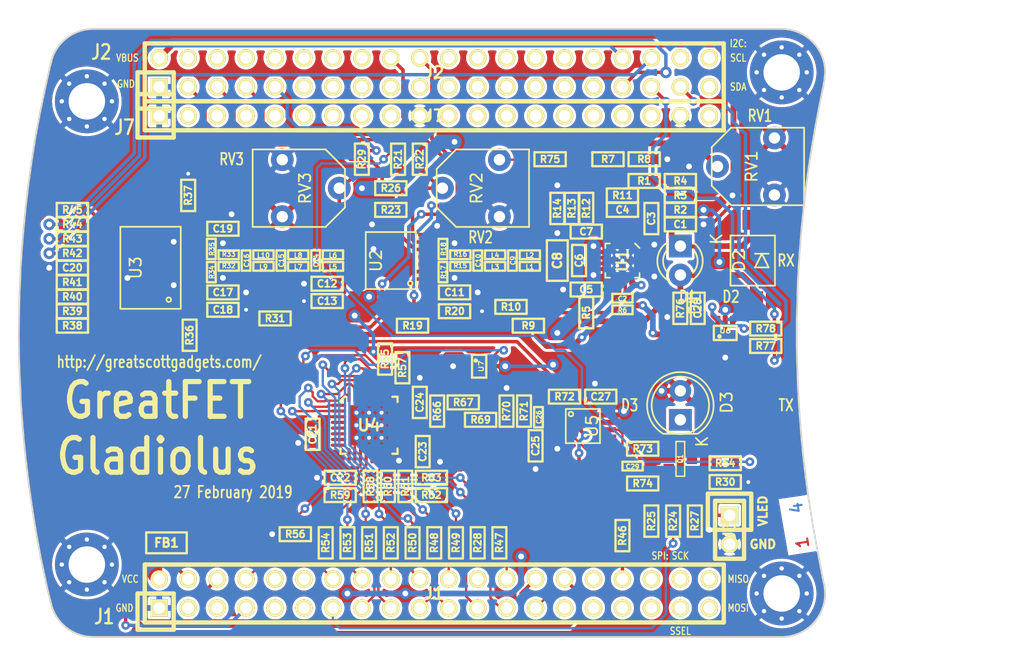
<source format=kicad_pcb>
(kicad_pcb (version 20221018) (generator pcbnew)
  (layers (0 "F.Cu" signal) (1 "In1.Cu" power "C2.Cu") (2 "In2.Cu" power "C3.Cu") (31 "B.Cu" signal) (35 "F.Paste" user) (37 "F.SilkS" user "F.Silkscreen") (38 "B.Mask" user) (39 "F.Mask" user) (44 "Edge.Cuts" user))
  (net 0 "")
  (net 1 "GND")
  (net 2 "VCC")
  (net 3 "/VBUS")
  (net 4 "Net-(C1-Pad1)")
  (net 5 "Net-(C2-Pad1)")
  (net 6 "Net-(C3-Pad1)")
  (net 7 "Net-(C4-Pad1)")
  (net 8 "Net-(C5-Pad1)")
  (net 9 "Net-(C7-Pad1)")
  (net 10 "Net-(C9-Pad2)")
  (net 11 "Net-(C9-Pad1)")
  (net 12 "Net-(C10-Pad2)")
  (net 13 "Net-(C10-Pad1)")
  (net 14 "Net-(C13-Pad1)")
  (net 15 "Net-(C14-Pad2)")
  (net 16 "Net-(C14-Pad1)")
  (net 17 "Net-(C15-Pad2)")
  (net 18 "Net-(C15-Pad1)")
  (net 19 "Net-(C16-Pad2)")
  (net 20 "Net-(C16-Pad1)")
  (net 21 "Net-(C18-Pad2)")
  (net 22 "Net-(FB1-Pad2)")
  (net 23 "/P0_0")
  (net 24 "/P0_1")
  (net 25 "/P1_0")
  (net 26 "/P5_0")
  (net 27 "/P1_5")
  (net 28 "/P5_2")
  (net 29 "/P1_7")
  (net 30 "/P1_6")
  (net 31 "/P1_9")
  (net 32 "/P1_8")
  (net 33 "/P5_3")
  (net 34 "/P1_10")
  (net 35 "/P1_12")
  (net 36 "/P1_11")
  (net 37 "/P5_5")
  (net 38 "/P1_14")
  (net 39 "/P1_13")
  (net 40 "/P5_6")
  (net 41 "/P1_15")
  (net 42 "/P1_16")
  (net 43 "/P9_6")
  (net 44 "/P4_8")
  (net 45 "/ADC0_0")
  (net 46 "/P4_4")
  (net 47 "/P4_3")
  (net 48 "/P2_5")
  (net 49 "/P2_3")
  (net 50 "/P2_2")
  (net 51 "/P6_6")
  (net 52 "/P2_1")
  (net 53 "/P6_3")
  (net 54 "/P3_5")
  (net 55 "Net-(L5-Pad2)")
  (net 56 "Net-(L6-Pad2)")
  (net 57 "Net-(Q1-Pad1)")
  (net 58 "Net-(R9-Pad1)")
  (net 59 "Net-(R15-Pad2)")
  (net 60 "Net-(R16-Pad2)")
  (net 61 "Net-(R19-Pad2)")
  (net 62 "Net-(R20-Pad1)")
  (net 63 "Net-(R21-Pad1)")
  (net 64 "Net-(R23-Pad1)")
  (net 65 "Net-(R29-Pad1)")
  (net 66 "Net-(R32-Pad2)")
  (net 67 "Net-(R33-Pad2)")
  (net 68 "/ADCCLK")
  (net 69 "/D0")
  (net 70 "/D1")
  (net 71 "/D2")
  (net 72 "/D3")
  (net 73 "/D4")
  (net 74 "/D5")
  (net 75 "/D6")
  (net 76 "/D7")
  (net 77 "Net-(C24-Pad2)")
  (net 78 "Net-(C25-Pad1)")
  (net 79 "Net-(C26-Pad2)")
  (net 80 "Net-(C26-Pad1)")
  (net 81 "Net-(R28-Pad1)")
  (net 82 "Net-(R47-Pad1)")
  (net 83 "Net-(R48-Pad1)")
  (net 84 "Net-(R49-Pad1)")
  (net 85 "Net-(R50-Pad1)")
  (net 86 "Net-(R51-Pad1)")
  (net 87 "Net-(R52-Pad1)")
  (net 88 "Net-(R53-Pad1)")
  (net 89 "/DACCLK")
  (net 90 "Net-(R57-Pad2)")
  (net 91 "Net-(R66-Pad1)")
  (net 92 "Net-(R72-Pad2)")
  (net 93 "Net-(R75-Pad1)")
  (net 94 "/RXIN")
  (net 95 "/TXOUT")
  (net 96 "Net-(C2-Pad2)")
  (net 97 "Net-(R77-Pad1)")
  (net 98 "Net-(C29-Pad2)")
  (net 99 "Net-(C29-Pad1)")
  (net 100 "Net-(R69-Pad2)")
  (net 101 "Net-(J3-Pad1)")
  (footprint "gsg-modules:HEADER-2x20" (layer "F.Cu") (at 146.05 118.11)
    (fp_text reference "J1")
    (fp_text value "NEIGHBOR1" hide)
  )
  (footprint "gsg-modules:HEADER-2x20" (layer "F.Cu") (at 146.05 72.39)
    (fp_text reference "J2")
    (fp_text value "NEIGHBOR2" hide)
  )
  (footprint "gsg-modules:HEADER-1x20" (layer "F.Cu") (at 146.05 76.2)
    (fp_text reference "J7")
    (fp_text value "BONUS_ROW" hide)
  )
  (footprint "gsg-modules:HOLE126MIL-COPPER" (layer "F.Cu") (at 115.57 74.93)
    (fp_text reference "MH1" hide)
    (fp_text value "MOUNTING_HOLE" hide)
  )
  (footprint "gsg-modules:HOLE126MIL-COPPER" (layer "F.Cu") (at 115.57 115.57)
    (fp_text reference "MH2" hide)
    (fp_text value "MOUNTING_HOLE" hide)
  )
  (footprint "gsg-modules:HOLE126MIL-COPPER" (layer "F.Cu") (at 176.53 118.11)
    (fp_text reference "MH3" hide)
    (fp_text value "MOUNTING_HOLE" hide)
  )
  (footprint "gsg-modules:HOLE126MIL-COPPER" (layer "F.Cu") (at 176.53 72.39)
    (fp_text reference "MH4" hide)
    (fp_text value "MOUNTING_HOLE" hide)
  )
  (footprint "gsg-modules:0805" (layer "F.Cu") (at 156.845 88.9 90)
    (fp_text reference "C8")
    (fp_text value "10uF" hide)
  )
  (footprint "LEDs:LED-3MM" (layer "F.Cu") (at 167.64 87.63 -90)
    (fp_text reference "D1")
    (fp_text value "PHOTODIODE")
  )
  (footprint "gsg-modules:VBPW34FASR" (layer "F.Cu") (at 173.99 88.9 -90)
    (fp_text reference "D2")
    (fp_text value "PHOTODIODE")
  )
  (footprint "LEDs:LED-5MM" (layer "F.Cu") (at 167.64 102.87 90)
    (fp_text reference "D3")
    (fp_text value "LED")
  )
  (footprint "gsg-modules:0805" (layer "F.Cu") (at 122.555 113.665 180)
    (fp_text reference "FB1")
    (fp_text value "FILTER" hide)
  )
  (footprint "gsg-modules:SOT23-3" (layer "F.Cu") (at 167.64 106.299 90)
    (fp_text reference "Q1")
    (fp_text value "Q_NPN_BEC" hide)
  )
  (footprint "gsg-modules:3306F" (layer "F.Cu") (at 175.895 80.645 90)
    (fp_text reference "RV1")
    (fp_text value "POT")
  )
  (footprint "gsg-modules:3306F" (layer "F.Cu") (at 151.765 82.55 90)
    (fp_text reference "RV2")
    (fp_text value "POT")
  )
  (footprint "gsg-modules:3306F" (layer "F.Cu") (at 132.715 82.55 -90)
    (fp_text reference "RV3")
    (fp_text value "POT")
  )
  (footprint "gsg-modules:QFN16-3" (layer "F.Cu") (at 162.56 88.9 -90)
    (fp_text reference "U1")
    (fp_text value "THS4520RGT")
  )
  (footprint "gsg-modules:TSSOP16" (layer "F.Cu") (at 142.24 88.9 180)
    (fp_text reference "U2")
    (fp_text value "AD8330ARQZ" hide)
  )
  (footprint "gsg-modules:SSOP20" (layer "F.Cu") (at 121.158 89.535 180)
    (fp_text reference "U3")
    (fp_text value "AD9283")
  )
  (footprint "gsg-modules:0603" (layer "F.Cu") (at 167.64 85.725)
    (fp_text reference "C1")
    (fp_text value "C" hide)
  )
  (footprint "gsg-modules:0603" (layer "F.Cu") (at 165.1 85.217 -90)
    (fp_text reference "C3")
    (fp_text value "100nF" hide)
  )
  (footprint "gsg-modules:0603" (layer "F.Cu") (at 162.56 84.455)
    (fp_text reference "C4")
    (fp_text value "C" hide)
  )
  (footprint "gsg-modules:0603" (layer "F.Cu") (at 159.385 91.44 180)
    (fp_text reference "C5")
    (fp_text value "100nF" hide)
  )
  (footprint "gsg-modules:0603" (layer "F.Cu") (at 158.75 88.9 90)
    (fp_text reference "C6")
    (fp_text value "100nF" hide)
  )
  (footprint "gsg-modules:0603" (layer "F.Cu") (at 159.385 86.36 180)
    (fp_text reference "C7")
    (fp_text value "100nF" hide)
  )
  (footprint "gsg-modules:0603" (layer "F.Cu") (at 147.828 91.694)
    (fp_text reference "C11")
    (fp_text value "100nF" hide)
  )
  (footprint "gsg-modules:0603" (layer "F.Cu") (at 136.652 90.932 180)
    (fp_text reference "C12")
    (fp_text value "100nF" hide)
  )
  (footprint "gsg-modules:0603" (layer "F.Cu") (at 136.652 92.456 180)
    (fp_text reference "C13")
    (fp_text value "100nF" hide)
  )
  (footprint "gsg-modules:0603" (layer "F.Cu") (at 127.508 91.694 180)
    (fp_text reference "C17")
    (fp_text value "100nF" hide)
  )
  (footprint "gsg-modules:0603" (layer "F.Cu") (at 127.508 93.218 180)
    (fp_text reference "C18")
    (fp_text value "100nF" hide)
  )
  (footprint "gsg-modules:0603" (layer "F.Cu") (at 127.508 86.106 180)
    (fp_text reference "C19")
    (fp_text value "100nF" hide)
  )
  (footprint "gsg-modules:0603" (layer "F.Cu") (at 114.3 89.535)
    (fp_text reference "C20")
    (fp_text value "100nF" hide)
  )
  (footprint "gsg-modules:0603" (layer "F.Cu") (at 164.465 81.915)
    (fp_text reference "R1")
    (fp_text value "0" hide)
  )
  (footprint "gsg-modules:0603" (layer "F.Cu") (at 167.64 84.455)
    (fp_text reference "R2")
    (fp_text value "0" hide)
  )
  (footprint "gsg-modules:0603" (layer "F.Cu") (at 167.64 83.185)
    (fp_text reference "R3")
    (fp_text value "0" hide)
  )
  (footprint "gsg-modules:0603" (layer "F.Cu") (at 167.64 81.915)
    (fp_text reference "R4")
    (fp_text value "0" hide)
  )
  (footprint "gsg-modules:0603" (layer "F.Cu") (at 159.385 93.472 90)
    (fp_text reference "R5")
    (fp_text value "R" hide)
  )
  (footprint "gsg-modules:0603" (layer "F.Cu") (at 161.29 80.01 180)
    (fp_text reference "R7")
    (fp_text value "3.24k" hide)
  )
  (footprint "gsg-modules:0603" (layer "F.Cu") (at 164.465 80.01 180)
    (fp_text reference "R8")
    (fp_text value "1.74k" hide)
  )
  (footprint "gsg-modules:0603" (layer "F.Cu") (at 154.305 94.615 180)
    (fp_text reference "R9")
    (fp_text value "0" hide)
  )
  (footprint "gsg-modules:0603" (layer "F.Cu") (at 152.781 92.964)
    (fp_text reference "R10")
    (fp_text value "10k" hide)
  )
  (footprint "gsg-modules:0603" (layer "F.Cu") (at 162.56 83.185 180)
    (fp_text reference "R11")
    (fp_text value "R" hide)
  )
  (footprint "gsg-modules:0603" (layer "F.Cu") (at 159.385 84.328 -90)
    (fp_text reference "R12")
    (fp_text value "R" hide)
  )
  (footprint "gsg-modules:0603" (layer "F.Cu") (at 158.115 84.328 -90)
    (fp_text reference "R13")
    (fp_text value "R" hide)
  )
  (footprint "gsg-modules:0603" (layer "F.Cu") (at 156.845 84.328 90)
    (fp_text reference "R14")
    (fp_text value "R" hide)
  )
  (footprint "gsg-modules:0603" (layer "F.Cu") (at 144.145 94.615 180)
    (fp_text reference "R19")
    (fp_text value "0" hide)
  )
  (footprint "gsg-modules:0603" (layer "F.Cu") (at 147.828 93.345)
    (fp_text reference "R20")
    (fp_text value "0" hide)
  )
  (footprint "gsg-modules:0603" (layer "F.Cu") (at 142.875 80.01 90)
    (fp_text reference "R21")
    (fp_text value "0" hide)
  )
  (footprint "gsg-modules:0603" (layer "F.Cu") (at 144.78 80.01 90)
    (fp_text reference "R22")
    (fp_text value "0" hide)
  )
  (footprint "gsg-modules:0603" (layer "F.Cu") (at 142.24 84.455 180)
    (fp_text reference "R23")
    (fp_text value "0" hide)
  )
  (footprint "gsg-modules:0603" (layer "F.Cu") (at 167.005 111.76 -90)
    (fp_text reference "R24")
    (fp_text value "1k" hide)
  )
  (footprint "gsg-modules:0603" (layer "F.Cu") (at 165.1 111.76 -90)
    (fp_text reference "R25")
    (fp_text value "1k" hide)
  )
  (footprint "gsg-modules:0603" (layer "F.Cu") (at 142.24 82.55 180)
    (fp_text reference "R26")
    (fp_text value "0" hide)
  )
  (footprint "gsg-modules:0603" (layer "F.Cu") (at 168.91 111.76 -90)
    (fp_text reference "R27")
    (fp_text value "10k" hide)
  )
  (footprint "gsg-modules:0603" (layer "F.Cu") (at 149.86 113.665 -90)
    (fp_text reference "R28")
    (fp_text value "39" hide)
  )
  (footprint "gsg-modules:0603" (layer "F.Cu") (at 139.7 80.01 90)
    (fp_text reference "R29")
    (fp_text value "0" hide)
  )
  (footprint "gsg-modules:0603" (layer "F.Cu") (at 171.577 108.331)
    (fp_text reference "R30")
    (fp_text value "75" hide)
  )
  (footprint "gsg-modules:0603" (layer "F.Cu") (at 132.08 93.98 180)
    (fp_text reference "R31")
    (fp_text value "0" hide)
  )
  (footprint "gsg-modules:0603" (layer "F.Cu") (at 124.587 95.4532 -90)
    (fp_text reference "R36")
    (fp_text value "10k" hide)
  )
  (footprint "gsg-modules:0603" (layer "F.Cu") (at 124.46 83.185 90)
    (fp_text reference "R37")
    (fp_text value "R" hide)
  )
  (footprint "gsg-modules:0603" (layer "F.Cu") (at 114.3 94.615)
    (fp_text reference "R38")
    (fp_text value "0" hide)
  )
  (footprint "gsg-modules:0603" (layer "F.Cu") (at 114.3 93.345)
    (fp_text reference "R39")
    (fp_text value "0" hide)
  )
  (footprint "gsg-modules:0603" (layer "F.Cu") (at 114.3 92.075)
    (fp_text reference "R40")
    (fp_text value "0" hide)
  )
  (footprint "gsg-modules:0603" (layer "F.Cu") (at 114.3 90.805)
    (fp_text reference "R41")
    (fp_text value "0" hide)
  )
  (footprint "gsg-modules:0603" (layer "F.Cu") (at 114.3 88.265)
    (fp_text reference "R42")
    (fp_text value "0" hide)
  )
  (footprint "gsg-modules:0603" (layer "F.Cu") (at 114.3 86.995)
    (fp_text reference "R43")
    (fp_text value "0" hide)
  )
  (footprint "gsg-modules:0603" (layer "F.Cu") (at 114.3 85.725)
    (fp_text reference "R44")
    (fp_text value "0" hide)
  )
  (footprint "gsg-modules:0603" (layer "F.Cu") (at 114.3 84.455)
    (fp_text reference "R45")
    (fp_text value "0" hide)
  )
  (footprint "gsg-modules:0603" (layer "F.Cu") (at 162.56 113.03 -90)
    (fp_text reference "R46")
    (fp_text value "39" hide)
  )
  (footprint "gsg-modules:0402" (layer "F.Cu") (at 162.56 92.202)
    (fp_text reference "C2")
    (fp_text value "15pF" hide)
  )
  (footprint "gsg-modules:0402" (layer "F.Cu") (at 152.908 88.9 90)
    (fp_text reference "C9")
    (fp_text value "100pF" hide)
  )
  (footprint "gsg-modules:0402" (layer "F.Cu") (at 149.86 88.9 90)
    (fp_text reference "C10")
    (fp_text value "15pF" hide)
  )
  (footprint "gsg-modules:0402" (layer "F.Cu") (at 135.636 88.9 90)
    (fp_text reference "C14")
    (fp_text value "130pF" hide)
  )
  (footprint "gsg-modules:0402" (layer "F.Cu") (at 132.588 88.9 90)
    (fp_text reference "C15")
    (fp_text value "82pF" hide)
  )
  (footprint "gsg-modules:0402" (layer "F.Cu") (at 129.54 88.9 90)
    (fp_text reference "C16")
    (fp_text value "24pF" hide)
  )
  (footprint "gsg-modules:0402" (layer "F.Cu") (at 154.432 89.408)
    (fp_text reference "L1")
    (fp_text value "2.2uH" hide)
  )
  (footprint "gsg-modules:0402" (layer "F.Cu") (at 154.432 88.392)
    (fp_text reference "L2")
    (fp_text value "2.2uH" hide)
  )
  (footprint "gsg-modules:0402" (layer "F.Cu") (at 151.384 89.408)
    (fp_text reference "L3")
    (fp_text value "1.5uH" hide)
  )
  (footprint "gsg-modules:0402" (layer "F.Cu") (at 151.384 88.392)
    (fp_text reference "L4")
    (fp_text value "1.5uH" hide)
  )
  (footprint "gsg-modules:0402" (layer "F.Cu") (at 137.16 89.408)
    (fp_text reference "L5")
    (fp_text value "2.2uH" hide)
  )
  (footprint "gsg-modules:0402" (layer "F.Cu") (at 137.16 88.392)
    (fp_text reference "L6")
    (fp_text value "2.2uH" hide)
  )
  (footprint "gsg-modules:0402" (layer "F.Cu") (at 134.112 89.408)
    (fp_text reference "L7")
    (fp_text value "2.2uH" hide)
  )
  (footprint "gsg-modules:0402" (layer "F.Cu") (at 134.112 88.392)
    (fp_text reference "L8")
    (fp_text value "2.2uH" hide)
  )
  (footprint "gsg-modules:0402" (layer "F.Cu") (at 131.064 89.408)
    (fp_text reference "L9")
    (fp_text value "1uH" hide)
  )
  (footprint "gsg-modules:0402" (layer "F.Cu") (at 131.064 88.392)
    (fp_text reference "L10")
    (fp_text value "1uH" hide)
  )
  (footprint "gsg-modules:0402" (layer "F.Cu") (at 162.56 93.218)
    (fp_text reference "R6")
    (fp_text value "100k" hide)
  )
  (footprint "gsg-modules:0402" (layer "F.Cu") (at 148.336 89.408 180)
    (fp_text reference "R15")
    (fp_text value "0" hide)
  )
  (footprint "gsg-modules:0402" (layer "F.Cu") (at 148.336 88.392 180)
    (fp_text reference "R16")
    (fp_text value "0" hide)
  )
  (footprint "gsg-modules:0402" (layer "F.Cu") (at 146.812 89.916 90)
    (fp_text reference "R17")
    (fp_text value "R" hide)
  )
  (footprint "gsg-modules:0402" (layer "F.Cu") (at 146.812 87.884 90)
    (fp_text reference "R18")
    (fp_text value "R" hide)
  )
  (footprint "gsg-modules:0402" (layer "F.Cu") (at 128.016 89.408 180)
    (fp_text reference "R32")
    (fp_text value "0" hide)
  )
  (footprint "gsg-modules:0402" (layer "F.Cu") (at 128.016 88.392 180)
    (fp_text reference "R33")
    (fp_text value "0" hide)
  )
  (footprint "gsg-modules:0402" (layer "F.Cu") (at 126.492 89.916 90)
    (fp_text reference "R34")
    (fp_text value "R" hide)
  )
  (footprint "gsg-modules:0402" (layer "F.Cu") (at 126.492 87.884 90)
    (fp_text reference "R35")
    (fp_text value "R" hide)
  )
  (footprint "gsg-modules:0603" (layer "F.Cu") (at 135.382 104.14 -90)
    (fp_text reference "C21")
    (fp_text value "100nF" hide)
  )
  (footprint "gsg-modules:0603" (layer "F.Cu") (at 137.795 107.95 180)
    (fp_text reference "C22")
    (fp_text value "100nF" hide)
  )
  (footprint "gsg-modules:0603" (layer "F.Cu") (at 145.034 105.664 -90)
    (fp_text reference "C23")
    (fp_text value "100nF" hide)
  )
  (footprint "gsg-modules:0603" (layer "F.Cu") (at 144.78 101.346 -90)
    (fp_text reference "C24")
    (fp_text value "100nF" hide)
  )
  (footprint "gsg-modules:0603" (layer "F.Cu") (at 154.94 105.156 -90)
    (fp_text reference "C25")
    (fp_text value "100nF" hide)
  )
  (footprint "gsg-modules:0402" (layer "F.Cu") (at 155.194 102.6414 90)
    (fp_text reference "C26")
    (fp_text value "15pF" hide)
  )
  (footprint "gsg-modules:0603" (layer "F.Cu") (at 151.765 113.665 -90)
    (fp_text reference "R47")
    (fp_text value "39" hide)
  )
  (footprint "gsg-modules:0603" (layer "F.Cu") (at 146.05 113.665 -90)
    (fp_text reference "R48")
    (fp_text value "39" hide)
  )
  (footprint "gsg-modules:0603" (layer "F.Cu") (at 147.955 113.665 -90)
    (fp_text reference "R49")
    (fp_text value "39" hide)
  )
  (footprint "gsg-modules:0603" (layer "F.Cu") (at 144.145 113.665 -90)
    (fp_text reference "R50")
    (fp_text value "39" hide)
  )
  (footprint "gsg-modules:0603" (layer "F.Cu") (at 140.335 113.665 -90)
    (fp_text reference "R51")
    (fp_text value "39" hide)
  )
  (footprint "gsg-modules:0603" (layer "F.Cu") (at 142.24 113.665 -90)
    (fp_text reference "R52")
    (fp_text value "39" hide)
  )
  (footprint "gsg-modules:0603" (layer "F.Cu") (at 138.43 113.665 -90)
    (fp_text reference "R53")
    (fp_text value "39" hide)
  )
  (footprint "gsg-modules:0603" (layer "F.Cu") (at 136.525 113.665 -90)
    (fp_text reference "R54")
    (fp_text value "39" hide)
  )
  (footprint "gsg-modules:0603" (layer "F.Cu") (at 141.732 97.536 -90)
    (fp_text reference "R55")
    (fp_text value "10k" hide)
  )
  (footprint "gsg-modules:0603" (layer "F.Cu") (at 133.858 112.903 180)
    (fp_text reference "R56")
    (fp_text value "R" hide)
  )
  (footprint "gsg-modules:0603" (layer "F.Cu") (at 143.256 98.298 -90)
    (fp_text reference "R57")
    (fp_text value "20k" hide)
  )
  (footprint "gsg-modules:0603" (layer "F.Cu") (at 140.462 108.712 90)
    (fp_text reference "R58")
    (fp_text value "10k" hide)
  )
  (footprint "gsg-modules:0603" (layer "F.Cu") (at 137.795 109.474 180)
    (fp_text reference "R59")
    (fp_text value "10k" hide)
  )
  (footprint "gsg-modules:0603" (layer "F.Cu") (at 141.986 108.712 90)
    (fp_text reference "R60")
    (fp_text value "10k" hide)
  )
  (footprint "gsg-modules:0603" (layer "F.Cu") (at 143.51 108.712 90)
    (fp_text reference "R61")
    (fp_text value "10k" hide)
  )
  (footprint "gsg-modules:0603" (layer "F.Cu") (at 145.796 109.474 180)
    (fp_text reference "R62")
    (fp_text value "10k" hide)
  )
  (footprint "gsg-modules:0603" (layer "F.Cu") (at 145.796 107.95)
    (fp_text reference "R63")
    (fp_text value "10k" hide)
  )
  (footprint "gsg-modules:0603" (layer "F.Cu") (at 148.59 101.346)
    (fp_text reference "R67")
    (fp_text value "0" hide)
  )
  (footprint "gsg-modules:0603" (layer "F.Cu") (at 157.48 100.838)
    (fp_text reference "R72")
    (fp_text value "0" hide)
  )
  (footprint "gsg-modules:0603" (layer "F.Cu") (at 164.338 105.41 180)
    (fp_text reference "R73")
    (fp_text value "1k" hide)
  )
  (footprint "gsg-modules:QFN32-5" (layer "F.Cu") (at 140.327 103.35)
    (fp_text reference "U4")
    (fp_text value "AD9704" hide)
  )
  (footprint "gsg-modules:VSSOP8" (layer "F.Cu") (at 159.09 103.419)
    (fp_text reference "U5")
    (fp_text value "LMH6643" hide)
  )
  (footprint "gsg-modules:0603" (layer "F.Cu") (at 153.924 102.108 90)
    (fp_text reference "R71")
    (fp_text value "953" hide)
  )
  (footprint "gsg-modules:0603" (layer "F.Cu") (at 171.577 106.68)
    (fp_text reference "R64")
    (fp_text value "0" hide)
  )
  (footprint "gsg-modules:0603" (layer "F.Cu") (at 146.304 102.108 90)
    (fp_text reference "R66")
    (fp_text value "249" hide)
  )
  (footprint "gsg-modules:0603" (layer "F.Cu") (at 150.114 102.87 180)
    (fp_text reference "R69")
    (fp_text value "249" hide)
  )
  (footprint "gsg-modules:0603" (layer "F.Cu") (at 152.3873 102.108 90)
    (fp_text reference "R70")
    (fp_text value "1.80k" hide)
  )
  (footprint "gsg-modules:0603" (layer "F.Cu") (at 156.21 80.01)
    (fp_text reference "R75")
    (fp_text value "12k" hide)
  )
  (footprint "gsg-modules:0603" (layer "F.Cu") (at 169.164 93.091 -90)
    (fp_text reference "C28")
    (fp_text value "8nF" hide)
  )
  (footprint "gsg-modules:0603" (layer "F.Cu") (at 167.64 93.091 -90)
    (fp_text reference "R76")
    (fp_text value "1M" hide)
  )
  (footprint "gsg-modules:0603" (layer "F.Cu") (at 175.133 96.393)
    (fp_text reference "R77")
    (fp_text value "0" hide)
  )
  (footprint "gsg-modules:0603" (layer "F.Cu") (at 175.133 94.869 180)
    (fp_text reference "R78")
    (fp_text value "0" hide)
  )
  (footprint "gsg-modules:SOT363" (layer "F.Cu") (at 171.577 95.25)
    (fp_text reference "U6")
    (fp_text value "74LVC1G3157" hide)
  )
  (footprint "gsg-modules:SOT363" (layer "F.Cu") (at 149.987 98.171 -90)
    (fp_text reference "U7")
    (fp_text value "74LVC1G3157" hide)
  )
  (footprint "gsg-modules:0603" (layer "F.Cu") (at 164.338 108.458)
    (fp_text reference "R74")
    (fp_text value "0" hide)
  )
  (footprint "gsg-modules:0402" (layer "F.Cu") (at 163.449 106.934)
    (fp_text reference "C29")
    (fp_text value "470pF" hide)
  )
  (footprint "gsg-modules:0603" (layer "F.Cu") (at 160.655 100.838 180)
    (fp_text reference "C27")
    (fp_text value "100nF" hide)
  )
  (footprint "gsg-modules:HEADER-1x2" (layer "F.Cu") (at 171.958 112.522 -90)
    (fp_text reference "J3")
    (fp_text value "Conn_01x02_Female" hide)
  )
  (gr_line (start 109.6264 97.4852) (end 109.6772 98.933) (stroke (width 0.15)) (layer "Edge.Cuts"))
  (gr_line (start 178.6636 82.4484) (end 178.9176 80.5688) (stroke (width 0.15)) (layer "Edge.Cuts"))
  (gr_line (start 112.395 71.6788) (end 112.3188 71.9582) (stroke (width 0.15)) (layer "Edge.Cuts"))
  (gr_line (start 180.2638 73.1266) (end 180.34 72.39) (stroke (width 0.15)) (layer "Edge.Cuts"))
  (gr_line (start 178.6382 107.9246) (end 178.8922 109.8042) (stroke (width 0.15)) (layer "Edge.Cuts"))
  (gr_line (start 111.4806 75.8444) (end 111.0488 78.1304) (stroke (width 0.15)) (layer "Edge.Cuts"))
  (gr_line (start 111.0488 78.1304) (end 110.7186 80.264) (stroke (width 0.15)) (layer "Edge.Cuts"))
  (gr_line (start 116.1288 121.92) (end 115.6462 121.8946) (stroke (width 0.15)) (layer "Edge.Cuts"))
  (gr_line (start 177.8508 95.123) (end 177.8508 96.393) (stroke (width 0.15)) (layer "Edge.Cuts"))
  (gr_line (start 177.9524 90.5002) (end 178.0794 88.4682) (stroke (width 0.15)) (layer "Edge.Cuts"))
  (gr_arc (start 180.34 118.11) (mid 179.224077 120.804077) (end 176.53 121.92) (stroke (width 0.15)) (layer "Edge.Cuts"))
  (gr_line (start 113.0046 70.2056) (end 112.8268 70.485) (stroke (width 0.15)) (layer "Edge.Cuts"))
  (gr_line (start 112.5474 119.4054) (end 112.4458 119.0244) (stroke (width 0.15)) (layer "Edge.Cuts"))
  (gr_line (start 110.7186 80.264) (end 110.4392 82.2706) (stroke (width 0.15)) (layer "Edge.Cuts"))
  (gr_line (start 113.7412 121.0818) (end 113.4872 120.8532) (stroke (width 0.15)) (layer "Edge.Cuts"))
  (gr_line (start 177.9524 90.5002) (end 177.9016 92.3544) (stroke (width 0.15)) (layer "Edge.Cuts"))
  (gr_line (start 179.5018 77.0636) (end 179.8066 75.438) (stroke (width 0.15)) (layer "Edge.Cuts"))
  (gr_line (start 112.8776 120.0912) (end 112.6998 119.761) (stroke (width 0.15)) (layer "Edge.Cuts"))
  (gr_line (start 113.3856 69.7484) (end 113.1824 69.977) (stroke (width 0.15)) (layer "Edge.Cuts"))
  (gr_line (start 176.53 121.92) (end 116.1288 121.92) (stroke (width 0.15)) (layer "Edge.Cuts"))
  (gr_line (start 109.6772 98.933) (end 109.728 99.9998) (stroke (width 0.15)) (layer "Edge.Cuts"))
  (gr_line (start 178.9176 80.5688) (end 179.197 78.8162) (stroke (width 0.15)) (layer "Edge.Cuts"))
  (gr_line (start 113.6904 69.469) (end 113.3856 69.7484) (stroke (width 0.15)) (layer "Edge.Cuts"))
  (gr_line (start 114.8334 68.8086) (end 114.3762 69.0118) (stroke (width 0.15)) (layer "Edge.Cuts"))
  (gr_line (start 115.2398 68.6816) (end 114.8334 68.8086) (stroke (width 0.15)) (layer "Edge.Cuts"))
  (gr_line (start 178.2572 86.233) (end 178.4604 84.2264) (stroke (width 0.15)) (layer "Edge.Cuts"))
  (gr_line (start 178.4604 84.2264) (end 178.6636 82.4484) (stroke (width 0.15)) (layer "Edge.Cuts"))
  (gr_line (start 112.4712 71.374) (end 112.395 71.6788) (stroke (width 0.15)) (layer "Edge.Cuts"))
  (gr_line (start 111.5314 114.9858) (end 111.1504 112.9284) (stroke (width 0.15)) (layer "Edge.Cuts"))
  (gr_line (start 179.8066 75.438) (end 180.1368 73.8124) (stroke (width 0.15)) (layer "Edge.Cuts"))
  (gr_line (start 113.03 120.3198) (end 112.8776 120.0912) (stroke (width 0.15)) (layer "Edge.Cuts"))
  (gr_line (start 110.2106 84.201) (end 110.0074 86.2584) (stroke (width 0.15)) (layer "Edge.Cuts"))
  (gr_line (start 112.6998 119.761) (end 112.5474 119.4054) (stroke (width 0.15)) (layer "Edge.Cuts"))
  (gr_line (start 114.0968 121.3358) (end 113.7412 121.0818) (stroke (width 0.15)) (layer "Edge.Cuts"))
  (gr_line (start 115.2398 121.8184) (end 114.7572 121.666) (stroke (width 0.15)) (layer "Edge.Cuts"))
  (gr_line (start 112.8268 70.485) (end 112.649 70.8406) (stroke (width 0.15)) (layer "Edge.Cuts"))
  (gr_line (start 112.5474 71.0946) (end 112.4712 71.374) (stroke (width 0.15)) (layer "Edge.Cuts"))
  (gr_line (start 115.697 68.6054) (end 115.2398 68.6816) (stroke (width 0.15)) (layer "Edge.Cuts"))
  (gr_line (start 112.014 73.3298) (end 111.4806 75.8444) (stroke (width 0.15)) (layer "Edge.Cuts"))
  (gr_line (start 179.5526 113.7158) (end 179.8828 115.4684) (stroke (width 0.15)) (layer "Edge.Cuts"))
  (gr_line (start 112.649 70.8406) (end 112.5474 71.0946) (stroke (width 0.15)) (layer "Edge.Cuts"))
  (gr_line (start 112.4458 119.0244) (end 112.3442 118.6434) (stroke (width 0.15)) (layer "Edge.Cuts"))
  (gr_line (start 178.0794 102.108) (end 178.2318 104.1146) (stroke (width 0.15)) (layer "Edge.Cuts"))
  (gr_line (start 112.3442 118.6434) (end 112.0902 117.602) (stroke (width 0.15)) (layer "Edge.Cuts"))
  (gr_line (start 112.3188 71.9582) (end 112.014 73.3298) (stroke (width 0.15)) (layer "Edge.Cuts"))
  (gr_line (start 179.8828 115.4684) (end 180.1368 116.7892) (stroke (width 0.15)) (layer "Edge.Cuts"))
  (gr_line (start 113.2586 120.6246) (end 113.03 120.3198) (stroke (width 0.15)) (layer "Edge.Cuts"))
  (gr_line (start 109.7534 89.7128) (end 109.728 90.5002) (stroke (width 0.15)) (layer "Edge.Cuts"))
  (gr_line (start 112.0902 117.602) (end 111.5314 114.9858) (stroke (width 0.15)) (layer "Edge.Cuts"))
  (gr_line (start 113.1824 69.977) (end 113.0046 70.2056) (stroke (width 0.15)) (layer "Edge.Cuts"))
  (gr_line (start 179.197 78.8162) (end 179.5018 77.0636) (stroke (width 0.15)) (layer "Edge.Cuts"))
  (gr_line (start 109.7788 101.2952) (end 109.728 99.9998) (stroke (width 0.15)) (layer "Edge.Cuts"))
  (gr_line (start 116.1288 68.58) (end 115.697 68.6054) (stroke (width 0.15)) (layer "Edge.Cuts"))
  (gr_line (start 111.1504 112.9284) (end 110.7948 110.744) (stroke (width 0.15)) (layer "Edge.Cuts"))
  (gr_line (start 177.9016 92.3544) (end 177.8508 94.0054) (stroke (width 0.15)) (layer "Edge.Cuts"))
  (gr_line (start 110.0582 104.8512) (end 109.9058 103.0224) (stroke (width 0.15)) (layer "Edge.Cuts"))
  (gr_line (start 114.3762 121.4882) (end 114.0968 121.3358) (stroke (width 0.15)) (layer "Edge.Cuts"))
  (gr_line (start 109.601 95.5802) (end 109.6264 97.4852) (stroke (width 0.15)) (layer "Edge.Cuts"))
  (gr_line (start 178.2318 104.1146) (end 178.4096 105.9942) (stroke (width 0.15)) (layer "Edge.Cuts"))
  (gr_line (start 177.8508 94.0054) (end 177.8508 95.123) (stroke (width 0.15)) (layer "Edge.Cuts"))
  (gr_line (start 110.2614 106.7308) (end 110.0582 104.8512) (stroke (width 0.15)) (layer "Edge.Cuts"))
  (gr_line (start 114.3762 69.0118) (end 114.0206 69.215) (stroke (width 0.15)) (layer "Edge.Cuts"))
  (gr_line (start 115.6462 121.8946) (end 115.2398 121.8184) (stroke (width 0.15)) (layer "Edge.Cuts"))
  (gr_line (start 177.9524 99.9998) (end 178.0794 102.108) (stroke (width 0.15)) (layer "Edge.Cuts"))
  (gr_line (start 110.4392 82.2706) (end 110.2106 84.201) (stroke (width 0.15)) (layer "Edge.Cuts"))
  (gr_line (start 109.6518 92.1766) (end 109.6264 93.726) (stroke (width 0.15)) (layer "Edge.Cuts"))
  (gr_line (start 114.7572 121.666) (end 114.3762 121.4882) (stroke (width 0.15)) (layer "Edge.Cuts"))
  (gr_line (start 110.0074 86.2584) (end 109.8804 87.7824) (stroke (width 0.15)) (layer "Edge.Cuts"))
  (gr_line (start 178.4096 105.9942) (end 178.6382 107.9246) (stroke (width 0.15)) (layer "Edge.Cuts"))
  (gr_line (start 180.1368 116.7892) (end 180.2892 117.5004) (stroke (width 0.15)) (layer "Edge.Cuts"))
  (gr_line (start 177.8762 97.79) (end 177.927 99.0346) (stroke (width 0.15)) (layer "Edge.Cuts"))
  (gr_line (start 177.927 99.0346) (end 177.9524 99.9998) (stroke (width 0.15)) (layer "Edge.Cuts"))
  (gr_line (start 109.8804 87.7824) (end 109.7534 89.7128) (stroke (width 0.15)) (layer "Edge.Cuts"))
  (gr_line (start 110.5154 108.8136) (end 110.2614 106.7308) (stroke (width 0.15)) (layer "Edge.Cuts"))
  (gr_line (start 178.8922 109.8042) (end 179.2224 111.887) (stroke (width 0.15)) (layer "Edge.Cuts"))
  (gr_line (start 113.4872 120.8532) (end 113.2586 120.6246) (stroke (width 0.15)) (layer "Edge.Cuts"))
  (gr_line (start 180.2892 117.5004) (end 180.34 118.11) (stroke (width 0.15)) (layer "Edge.Cuts"))
  (gr_line (start 178.0794 88.4682) (end 178.2572 86.233) (stroke (width 0.15)) (layer "Edge.Cuts"))
  (gr_line (start 116.1288 68.58) (end 176.53 68.58) (stroke (width 0.15)) (layer "Edge.Cuts"))
  (gr_line (start 180.1368 73.8124) (end 180.2638 73.1266) (stroke (width 0.15)) (layer "Edge.Cuts"))
  (gr_line (start 179.2224 111.887) (end 179.5526 113.7158) (stroke (width 0.15)) (layer "Edge.Cuts"))
  (gr_line (start 177.8508 96.393) (end 177.8762 97.79) (stroke (width 0.15)) (layer "Edge.Cuts"))
  (gr_line (start 114.0206 69.215) (end 113.6904 69.469) (stroke (width 0.15)) (layer "Edge.Cuts"))
  (gr_line (start 109.6264 93.726) (end 109.601 95.5802) (stroke (width 0.15)) (layer "Edge.Cuts"))
  (gr_arc (start 176.53 68.58) (mid 179.224077 69.695923) (end 180.34 72.39) (stroke (width 0.15)) (layer "Edge.Cuts"))
  (gr_line (start 109.9058 103.0224) (end 109.7788 101.2952) (stroke (width 0.15)) (layer "Edge.Cuts"))
  (gr_line (start 109.728 90.5002) (end 109.6518 92.1766) (stroke (width 0.15)) (layer "Edge.Cuts"))
  (gr_line (start 110.7948 110.744) (end 110.5154 108.8136) (stroke (width 0.15)) (layer "Edge.Cuts"))
  (gr_text "1" (at 178.3588 113.6396 98.9) (layer "F.Cu") (effects (font (size 1.016 1.016) (thickness 0.1778))))
  (gr_text "4" (at 177.8508 110.5916 98.9) (layer "B.Cu") (effects (font (size 1.016 1.016) (thickness 0.1778))))
  (gr_text "J1" (at 117.094 120.142) (layer "F.SilkS") (effects (font (size 1.27 1.016) (thickness 0.2032))))
  (gr_text "J2" (at 116.84 70.612) (layer "F.SilkS") (effects (font (size 1.27 1.016) (thickness 0.2032))))
  (gr_text "J7" (at 118.872 77.216) (layer "F.SilkS") (effects (font (size 1.27 1.016) (thickness 0.2032))))
  (gr_text "MOSI" (at 172.72 119.38) (layer "F.SilkS") (effects (font (size 0.635 0.508) (thickness 0.1016))))
  (gr_text "MISO" (at 172.72 116.84) (layer "F.SilkS") (effects (font (size 0.635 0.508) (thickness 0.1016))))
  (gr_text "SSEL" (at 167.64 121.412) (layer "F.SilkS") (effects (font (size 0.635 0.508) (thickness 0.1016))))
  (gr_text "SCK" (at 167.64 114.808) (layer "F.SilkS") (effects (font (size 0.635 0.508) (thickness 0.1016))))
  (gr_text "SDA" (at 172.72 73.66) (layer "F.SilkS") (effects (font (size 0.635 0.508) (thickness 0.1016))))
  (gr_text "SCL" (at 172.72 71.12) (layer "F.SilkS") (effects (font (size 0.635 0.508) (thickness 0.1016))))
  (gr_text "I2C:" (at 172.72 69.85) (layer "F.SilkS") (effects (font (size 0.635 0.508) (thickness 0.1016))))
  (gr_text "SPI:" (at 165.862 114.808) (layer "F.SilkS") (effects (font (size 0.635 0.508) (thickness 0.1016))))
  (gr_text "GND" (at 118.872 119.38) (layer "F.SilkS") (effects (font (size 0.635 0.508) (thickness 0.1016))))
  (gr_text "VCC" (at 119.38 116.84) (layer "F.SilkS") (effects (font (size 0.635 0.508) (thickness 0.1016))))
  (gr_text "VBUS" (at 119.126 71.12) (layer "F.SilkS") (effects (font (size 0.635 0.508) (thickness 0.1016))))
  (gr_text "GND" (at 118.999 73.406) (layer "F.SilkS") (effects (font (size 0.635 0.508) (thickness 0.1016))))
  (gr_text "http://greatscottgadgets.com/" (at 121.92 97.79) (layer "F.SilkS") (effects (font (size 1.016 0.762) (thickness 0.1524))))
  (gr_text "RV1" (at 174.625 76.2) (layer "F.SilkS") (effects (font (size 1.016 0.762) (thickness 0.1524))))
  (gr_text "RV2" (at 150.114 86.868) (layer "F.SilkS") (effects (font (size 1.016 0.762) (thickness 0.1524))))
  (gr_text "RV3" (at 128.27 80.01) (layer "F.SilkS") (effects (font (size 1.016 0.762) (thickness 0.1524))))
  (gr_text "RX" (at 176.911 88.9) (layer "F.SilkS") (effects (font (size 1.016 0.762) (thickness 0.1524))))
  (gr_text "TX" (at 176.911 101.6) (layer "F.SilkS") (effects (font (size 1.016 0.762) (thickness 0.1524))))
  (gr_text "27 February 2019" (at 128.397 109.22) (layer "F.SilkS") (effects (font (size 1.016 0.762) (thickness 0.1524))))
  (gr_text "VLED" (at 174.879 110.871 90) (layer "F.SilkS") (effects (font (size 0.75 0.75) (thickness 0.1875))))
  (gr_text "D1" (at 168.275 92.075) (layer "F.SilkS") (effects (font (size 1.016 0.762) (thickness 0.1524))))
  (gr_text "GreatFET\nGladiolus" (at 121.793 103.632) (layer "F.SilkS") (effects (font (size 3.048 2.54) (thickness 0.4572))))
  (gr_text "GND" (at 174.879 113.792) (layer "F.SilkS") (effects (font (size 0.75 0.75) (thickness 0.1875))))
  (gr_text "D2" (at 172.085 92.075) (layer "F.SilkS") (effects (font (size 1.016 0.762) (thickness 0.1524))))
  (gr_text "D3" (at 163.195 101.6) (layer "F.SilkS") (effects (font (size 1.016 0.762) (thickness 0.1524))))
  (segment (start 164.707 88.15) (end 165.354 87.503) (width 0.3048) (layer "F.Cu") (net 1))
  (segment (start 145.165 86.625) (end 145.531 86.625) (width 0.3048) (layer "F.Cu") (net 1))
  (segment (start 135.89 92.456) (end 134.62 92.456) (width 0.3048) (layer "F.Cu") (net 1))
  (segment (start 165.1 87.249) (end 165.354 87.503) (width 0.508) (layer "F.Cu") (net 1))
  (segment (start 126.492 87.3506) (end 127.4826 87.3506) (width 0.508) (layer "F.Cu") (net 1))
  (segment (start 124.658 90.51) (end 123.739 90.51) (width 0.3048) (layer "F.Cu") (net 1))
  (segment (start 144.78 100.584) (end 145.542 100.584) (width 0.3048) (layer "F.Cu") (net 1))
  (segment (start 144.78 100.584) (end 144.78 99.187) (width 0.3048) (layer "F.Cu") (net 1))
  (segment (start 144.78 99.187) (end 144.78 99.06) (width 0.3048) (layer "F.Cu") (net 1))
  (segment (start 156.972 86.36) (end 156.845 86.487) (width 0.508) (layer "F.Cu") (net 1))
  (segment (start 139.315 86.625) (end 139.689 86.625) (width 0.3048) (layer "F.Cu") (net 1))
  (segment (start 168.91 112.522) (end 170.18 112.522) (width 0.2032) (layer "F.Cu") (net 1))
  (segment (start 168.402 85.725) (end 169.672 85.725) (width 0.508) (layer "F.Cu") (net 1))
  (segment (start 124.46 82.423) (end 124.46 81.28) (width 0.3048) (layer "F.Cu") (net 1))
  (segment (start 145.034 106.426) (end 146.558 106.426) (width 0.3048) (layer "F.Cu") (net 1))
  (segment (start 152.3873 101.346) (end 152.3873 100.0887) (width 0.2032) (layer "F.Cu") (net 1))
  (segment (start 134.112 104.902) (end 135.382 104.902) (width 0.3048) (layer "F.Cu") (net 1))
  (segment (start 168.402 81.915) (end 168.402 80.645) (width 0.508) (layer "F.Cu") (net 1))
  (segment (start 128.27 93.218) (end 129.54 93.218) (width 0.3048) (layer "F.Cu") (net 1))
  (segment (start 143.002 102.6) (end 141.777 102.6) (width 0.2032) (layer "F.Cu") (net 1))
  (segment (start 159.893 100.838) (end 159.893 99.949) (width 0.508) (layer "F.Cu") (net 1))
  (segment (start 172.212 83.90342) (end 170.39042 85.725) (width 0.3048) (layer "F.Cu") (net 1))
  (segment (start 128.27 86.106) (end 128.27 84.836) (width 0.508) (layer "F.Cu") (net 1))
  (segment (start 147.574 98.171) (end 148.987 98.171) (width 0.3048) (layer "F.Cu") (net 1))
  (segment (start 164.707 89.65) (end 165.354 90.297) (width 0.3048) (layer "F.Cu") (net 1))
  (segment (start 146.812 90.4494) (end 147.8026 90.4494) (width 0.508) (layer "F.Cu") (net 1))
  (segment (start 157.099 88.138) (end 156.845 87.884) (width 0.508) (layer "F.Cu") (net 1))
  (segment (start 135.763 107.95) (end 137.033 107.95) (width 0.3048) (layer "F.Cu") (net 1))
  (segment (start 172.212 83.185) (end 172.212 83.90342) (width 0.3048) (layer "F.Cu") (net 1))
  (segment (start 128.27 91.694) (end 129.54 91.694) (width 0.508) (layer "F.Cu") (net 1))
  (segment (start 123.739 90.51) (end 123.19 91.059) (width 0.3048) (layer "F.Cu") (net 1))
  (segment (start 124.658 87.26) (end 123.201 87.26) (width 0.3048) (layer "F.Cu") (net 1))
  (segment (start 156.845 83.566) (end 156.845 82.296) (width 0.508) (layer "F.Cu") (net 1))
  (segment (start 141.077 104.8) (end 141.427 104.45) (width 0.2032) (layer "F.Cu") (net 1))
  (segment (start 154.94 105.918) (end 154.94 107.188) (width 0.2032) (layer "F.Cu") (net 1))
  (segment (start 139.077 104.6) (end 139.227 104.45) (width 0.2032) (layer "F.Cu") (net 1))
  (segment (start 156.89 105.365) (end 156.845 105.41) (width 0.2032) (layer "F.Cu") (net 1))
  (segment (start 172.339 108.331) (end 173.609 108.331) (width 0.3048) (layer "F.Cu") (net 1))
  (segment (start 156.89 104.394) (end 156.89 105.365) (width 0.2032) (layer "F.Cu") (net 1))
  (segment (start 164.16 89.15) (end 164.16 89.65) (width 0.3048) (layer "F.Cu") (net 1))
  (segment (start 146.812 87.3506) (end 146.8374 87.3506) (width 0.508) (layer "F.Cu") (net 1))
  (segment (start 158.623 86.36) (end 156.972 86.36) (width 0.508) (layer "F.Cu") (net 1))
  (segment (start 133.096 112.903) (end 131.826 112.903) (width 0.2032) (layer "F.Cu") (net 1))
  (segment (start 126.492 90.4494) (end 127.4826 90.4494) (width 0.508) (layer "F.Cu") (net 1))
  (segment (start 135.89 90.932) (end 134.62 90.932) (width 0.508) (layer "F.Cu") (net 1))
  (segment (start 148.59 93.345) (end 150.241 93.345) (width 0.3048) (layer "F.Cu") (net 1))
  (segment (start 147.8026 90.4494) (end 147.828 90.424) (width 0.508) (layer "F.Cu") (net 1))
  (segment (start 141.777 104.1) (end 141.427 104.45) (width 0.2032) (layer "F.Cu") (net 1))
  (segment (start 143.002 104.1) (end 141.777 104.1) (width 0.2032) (layer "F.Cu") (net 1))
  (segment (start 117.658 89.86) (end 118.562 89.86) (width 0.3048) (layer "F.Cu") (net 1))
  (segment (start 144.78 99.06) (end 143.256 97.536) (width 0.3048) (layer "F.Cu") (net 1))
  (segment (start 145.542 100.584) (end 146.304 101.346) (width 0.3048) (layer "F.Cu") (net 1))
  (segment (start 164.16 88.15) (end 164.16 88.65) (width 0.3048) (layer "F.Cu") (net 1))
  (segment (start 158.623 91.44) (end 157.353 91.44) (width 0.508) (layer "F.Cu") (net 1))
  (segment (start 127.4826 87.3506) (end 127.508 87.376) (width 0.508) (layer "F.Cu") (net 1))
  (segment (start 143.51 107.95) (end 143.51 107.0102) (width 0.3048) (layer "F.Cu") (net 1))
  (segment (start 148.59 91.694) (end 149.86 91.694) (width 0.508) (layer "F.Cu") (net 1))
  (segment (start 145.531 86.625) (end 146.304 85.852) (width 0.3048) (layer "F.Cu") (net 1))
  (segment (start 159.893 99.949) (end 160.147 99.695) (width 0.508) (layer "F.Cu") (net 1))
  (segment (start 164.16 88.15) (end 164.707 88.15) (width 0.3048) (layer "F.Cu") (net 1))
  (segment (start 171.577 96.25) (end 171.577 97.409) (width 0.3048) (layer "F.Cu") (net 1))
  (segment (start 139.077 106.025) (end 139.077 104.6) (width 0.2032) (layer "F.Cu") (net 1))
  (segment (start 137.033 107.95) (end 137.033 109.474) (width 0.3048) (layer "F.Cu") (net 1))
  (segment (start 141.077 106.025) (end 141.077 104.8) (width 0.2032) (layer "F.Cu") (net 1))
  (segment (start 170.39042 85.725) (end 169.672 85.725) (width 0.3048) (layer "F.Cu") (net 1))
  (segment (start 123.201 87.26) (end 123.19 87.249) (width 0.3048) (layer "F.Cu") (net 1))
  (segment (start 113.538 89.535) (end 112.268 89.535) (width 0.508) (layer "F.Cu") (net 1))
  (segment (start 164.16 89.65) (end 164.707 89.65) (width 0.3048) (layer "F.Cu") (net 1))
  (segment (start 156.845 87.884) (end 156.845 86.487) (width 0.508) (layer "F.Cu") (net 1))
  (segment (start 165.227 80.01) (end 166.497 80.01) (width 0.508) (layer "F.Cu") (net 1))
  (segment (start 146.812 87.3506) (end 147.8026 87.3506) (width 0.508) (layer "F.Cu") (net 1))
  (segment (start 165.1 85.979) (end 165.1 87.249) (width 0.508) (layer "F.Cu") (net 1))
  (segment (start 141.777 102.6) (end 141.427 102.25) (width 0.2032) (layer "F.Cu") (net 1))
  (segment (start 143.51 107.0102) (end 142.9512 106.4514) (width 0.3048) (layer "F.Cu") (net 1))
  (segment (start 152.3873 100.0887) (end 152.4 100.076) (width 0.2032) (layer "F.Cu") (net 1))
  (segment (start 140.675 87.925) (end 140.716 87.884) (width 0.3048) (layer "F.Cu") (net 1))
  (segment (start 139.689 86.625) (end 140.589 85.725) (width 0.3048) (layer "F.Cu") (net 1))
  (segment (start 164.16 88.65) (end 164.16 89.15) (width 0.3048) (layer "F.Cu") (net 1))
  (segment (start 158.75 88.138) (end 157.099 88.138) (width 0.508) (layer "F.Cu") (net 1))
  (segment (start 118.562 89.86) (end 119.126 90.424) (width 0.3048) (layer "F.Cu") (net 1))
  (segment (start 141.577 100.675) (end 141.577 102.1) (width 0.2032) (layer "F.Cu") (net 1))
  (segment (start 147.8026 87.3506) (end 147.828 87.376) (width 0.508) (layer "F.Cu") (net 1))
  (segment (start 146.558 106.426) (end 146.558 107.95) (width 0.3048) (layer "F.Cu") (net 1))
  (segment (start 139.315 87.925) (end 140.675 87.925) (width 0.3048) (layer "F.Cu") (net 1))
  (segment (start 167.64 93.853) (end 166.497 93.853) (width 0.508) (layer "F.Cu") (net 1))
  (segment (start 127.4826 90.4494) (end 127.508 90.424) (width 0.508) (layer "F.Cu") (net 1))
  (segment (start 151.638 93.345) (end 152.019 92.964) (width 0.3048) (layer "F.Cu") (net 1))
  (segment (start 141.577 102.1) (end 141.427 102.25) (width 0.2032) (layer "F.Cu") (net 1))
  (segment (start 150.241 93.345) (end 151.638 93.345) (width 0.3048) (layer "F.Cu") (net 1))
  (via (at 146.304 85.852) (size 1.016) (drill 0.508) (layers "F.Cu" "B.Cu") (net 1))
  (via (at 123.19 91.059) (size 1.016) (drill 0.508) (layers "F.Cu" "B.Cu") (net 1))
  (via (at 150.241 93.345) (size 0.762) (drill 0.3302) (layers "F.Cu" "B.Cu") (net 1))
  (via (at 140.716 87.884) (size 1.016) (drill 0.508) (layers "F.Cu" "B.Cu") (net 1))
  (via (at 154.94 107.188) (size 1.016) (drill 0.508) (layers "F.Cu" "B.Cu") (net 1))
  (via (at 156.845 82.296) (size 1.016) (drill 0.508) (layers "F.Cu" "B.Cu") (net 1))
  (via (at 165.354 90.297) (size 1.016) (drill 0.508) (layers "F.Cu" "B.Cu") (net 1))
  (via (at 168.402 80.645) (size 1.016) (drill 0.508) (layers "F.Cu" "B.Cu") (net 1))
  (via (at 134.112 104.902) (size 1.016) (drill 0.508) (layers "F.Cu" "B.Cu") (net 1))
  (via (at 127.508 90.424) (size 1.016) (drill 0.508) (layers "F.Cu" "B.Cu") (net 1))
  (via (at 170.18 112.522) (size 1.016) (drill 0.508) (layers "F.Cu" "B.Cu") (net 1))
  (via (at 147.828 90.424) (size 1.016) (drill 0.508) (layers "F.Cu" "B.Cu") (net 1))
  (via (at 123.19 87.249) (size 1.016) (drill 0.508) (layers "F.Cu" "B.Cu") (net 1))
  (via (at 147.701 98.171) (size 1.016) (drill 0.508) (layers "F.Cu" "B.Cu") (net 1))
  (via (at 134.62 92.456) (size 0.762) (drill 0.3302) (layers "F.Cu" "B.Cu") (net 1))
  (via (at 135.763 107.95) (size 1.016) (drill 0.508) (layers "F.Cu" "B.Cu") (net 1))
  (via (at 156.845 105.41) (size 1.016) (drill 0.508) (layers "F.Cu" "B.Cu") (net 1))
  (via (at 146.558 106.553) (size 1.016) (drill 0.508) (layers "F.Cu" "B.Cu") (net 1))
  (via (at 171.577 97.409) (size 1.016) (drill 0.508) (layers "F.Cu" "B.Cu") (net 1))
  (via (at 173.609 108.331) (size 0.762) (drill 0.3302) (layers "F.Cu" "B.Cu") (net 1))
  (via (at 165.354 87.503) (size 1.016) (drill 0.508) (layers "F.Cu" "B.Cu") (net 1))
  (via (at 166.497 93.853) (size 1.016) (drill 0.508) (layers "F.Cu" "B.Cu") (net 1))
  (via (at 169.672 85.725) (size 1.016) (drill 0.508) (layers "F.Cu" "B.Cu") (net 1))
  (via (at 149.86 91.694) (size 1.016) (drill 0.508) (layers "F.Cu" "B.Cu") (net 1))
  (via (at 152.4 100.076) (size 1.016) (drill 0.508) (layers "F.Cu" "B.Cu") (net 1))
  (via (at 124.46 81.28) (size 0.762) (drill 0.3302) (layers "F.Cu" "B.Cu") (net 1))
  (via (at 131.826 112.903) (size 1.016) (drill 0.508) (layers "F.Cu" "B.Cu") (net 1))
  (via (at 144.78 99.187) (size 1.016) (drill 0.508) (layers "F.Cu" "B.Cu") (net 1))
  (via (at 127.508 87.376) (size 1.016) (drill 0.508) (layers "F.Cu" "B.Cu") (net 1))
  (via (at 112.268 89.535) (size 1.016) (drill 0.508) (layers "F.Cu" "B.Cu") (net 1))
  (via (at 140.589 85.725) (size 1.016) (drill 0.508) (layers "F.Cu" "B.Cu") (net 1))
  (via (at 166.497 80.01) (size 1.016) (drill 0.508) (layers "F.Cu" "B.Cu") (net 1))
  (via (at 172.212 83.185) (size 1.016) (drill 0.508) (layers "F.Cu" "B.Cu") (net 1))
  (via (at 128.27 84.836) (size 1.016) (drill 0.508) (layers "F.Cu" "B.Cu") (net 1))
  (via (at 156.845 86.487) (size 1.016) (drill 0.508) (layers "F.Cu" "B.Cu") (net 1))
  (via (at 134.62 90.932) (size 1.016) (drill 0.508) (layers "F.Cu" "B.Cu") (net 1))
  (via (at 119.126 90.424) (size 1.016) (drill 0.508) (layers "F.Cu" "B.Cu") (net 1))
  (via (at 157.353 91.44) (size 1.016) (drill 0.508) (layers "F.Cu" "B.Cu") (net 1))
  (via (at 160.147 99.695) (size 1.016) (drill 0.508) (layers "F.Cu" "B.Cu") (net 1))
  (via (at 147.828 87.376) (size 1.016) (drill 0.508) (layers "F.Cu" "B.Cu") (net 1))
  (via (at 129.54 93.218) (size 0.762) (drill 0.3302) (layers "F.Cu" "B.Cu") (net 1))
  (via (at 129.54 91.694) (size 1.016) (drill 0.508) (layers "F.Cu" "B.Cu") (net 1))
  (via (at 142.9512 106.4514) (size 1.016) (drill 0.508) (layers "F.Cu" "B.Cu") (net 1))
  (segment (start 168.402 81.36342) (end 169.33458 82.296) (width 0.3048) (layer "B.Cu") (net 1))
  (segment (start 169.33458 82.296) (end 171.323 82.296) (width 0.3048) (layer "B.Cu") (net 1))
  (segment (start 171.323 82.296) (end 172.212 83.185) (width 0.3048) (layer "B.Cu") (net 1))
  (segment (start 168.402 80.645) (end 168.402 81.36342) (width 0.3048) (layer "B.Cu") (net 1))
  (segment (start 140.7414 84.455) (end 139.7 83.4136) (width 0.3048) (layer "F.Cu") (net 2))
  (segment (start 123.7532 87.91) (end 123.3932 88.27) (width 0.3048) (layer "F.Cu") (net 2))
  (segment (start 149.123401 106.536745) (end 148.395947 107.264199) (width 0.3048) (layer "F.Cu") (net 2))
  (segment (start 141.732 96.774) (end 140.843 96.774) (width 0.508) (layer "F.Cu") (net 2))
  (segment (start 125.907799 90.204999) (end 125.907799 90.982799) (width 0.3048) (layer "F.Cu") (net 2))
  (segment (start 123.3932 88.27) (end 123.3932 89.5) (width 0.3048) (layer "F.Cu") (net 2))
  (segment (start 123.3932 89.5) (end 123.7532 89.86) (width 0.3048) (layer "F.Cu") (net 2))
  (segment (start 171.577 94.25) (end 171.577 93.218) (width 0.3048) (layer "F.Cu") (net 2))
  (segment (start 146.05 90.176358) (end 145.748642 89.875) (width 0.3048) (layer "F.Cu") (net 2))
  (segment (start 146.05 90.805) (end 146.05 90.176358) (width 0.3048) (layer "F.Cu") (net 2))
  (segment (start 138.471 89.875) (end 137.414 90.932) (width 0.3048) (layer "F.Cu") (net 2))
  (segment (start 137.652 102.6) (end 136.16 102.6) (width 0.2032) (layer "F.Cu") (net 2))
  (segment (start 161.29 100.965) (end 161.417 100.838) (width 0.508) (layer "F.Cu") (net 2))
  (segment (start 148.006815 107.264199) (end 147.4724 107.798614) (width 0.3048) (layer "F.Cu") (net 2))
  (segment (start 117.658 89.21) (end 115.387 89.21) (width 0.3048) (layer "F.Cu") (net 2))
  (segment (start 124.658 87.91) (end 125.5628 87.91) (width 0.3048) (layer "F.Cu") (net 2))
  (segment (start 146.161758 104.902) (end 146.441157 105.181399) (width 0.3048) (layer "F.Cu") (net 2))
  (segment (start 139.7 83.4136) (end 139.7 82.55) (width 0.3048) (layer "F.Cu") (net 2))
  (segment (start 141.986 110.944154) (end 141.986 110.4138) (width 0.508) (layer "F.Cu") (net 2))
  (segment (start 140.167 89.875) (end 140.462 90.17) (width 0.3048) (layer "F.Cu") (net 2))
  (segment (start 125.907799 87.565001) (end 125.907799 86.944201) (width 0.3048) (layer "F.Cu") (net 2))
  (segment (start 161.29 102.444) (end 161.29 100.965) (width 0.508) (layer "F.Cu") (net 2))
  (segment (start 143.51 116.380766) (end 143.1798 116.050566) (width 0.508) (layer "F.Cu") (net 2))
  (segment (start 157.099 89.662) (end 156.845 89.916) (width 0.508) (layer "F.Cu") (net 2))
  (segment (start 167.64 100.33) (end 165.989 100.33) (width 0.508) (layer "F.Cu") (net 2))
  (segment (start 144.018045 104.6) (end 144.309849 104.891804) (width 0.2032) (layer "F.Cu") (net 2))
  (segment (start 115.387 89.21) (end 115.062 89.535) (width 0.3048) (layer "F.Cu") (net 2))
  (segment (start 139.315 89.875) (end 138.471 89.875) (width 0.3048) (layer "F.Cu") (net 2))
  (segment (start 160.96 88.15) (end 160.54 88.15) (width 0.3048) (layer "F.Cu") (net 2))
  (segment (start 138.557 107.920292) (end 138.557 107.95) (width 0.2032) (layer "F.Cu") (net 2))
  (segment (start 139.065 93.345) (end 140.335 92.075) (width 0.3048) (layer "F.Cu") (net 2))
  (segment (start 143.1798 116.050566) (end 143.1798 112.137954) (width 0.508) (layer "F.Cu") (net 2))
  (segment (start 125.907799 90.982799) (end 126.619 91.694) (width 0.3048) (layer "F.Cu") (net 2))
  (segment (start 143.1798 112.137954) (end 141.986 110.944154) (width 0.508) (layer "F.Cu") (net 2))
  (segment (start 141.986 110.4138) (end 141.986 109.474) (width 0.508) (layer "F.Cu") (net 2))
  (segment (start 160.02 90.17) (end 159.258 90.17) (width 0.508) (layer "F.Cu") (net 2))
  (segment (start 160.54 88.15) (end 160.02 87.63) (width 0.3048) (layer "F.Cu") (net 2))
  (segment (start 125.757432 113.665) (end 128.27 116.177568) (width 0.508) (layer "F.Cu") (net 2))
  (segment (start 145.034 104.902) (end 144.320045 104.902) (width 0.2032) (layer "F.Cu") (net 2))
  (segment (start 161.29 102.444) (end 162.351 102.444) (width 0.3048) (layer "F.Cu") (net 2))
  (segment (start 125.5628 87.91) (end 125.907799 87.565001) (width 0.3048) (layer "F.Cu") (net 2))
  (segment (start 140.462 90.8578) (end 140.1448 91.175) (width 0.3048) (layer "F.Cu") (net 2))
  (segment (start 147.3454 109.474) (end 146.558 109.474) (width 0.3048) (layer "F.Cu") (net 2))
  (segment (start 123.571 113.665) (end 125.757432 113.665) (width 0.508) (layer "F.Cu") (net 2))
  (segment (start 147.066 91.694) (end 146.939 91.694) (width 0.3048) (layer "F.Cu") (net 2))
  (segment (start 139.577 106.900292) (end 138.557 107.920292) (width 0.2032) (layer "F.Cu") (net 2))
  (segment (start 162.351 102.444) (end 162.687 102.108) (width 0.3048) (layer "F.Cu") (net 2))
  (segment (start 140.462 90.8578) (end 140.462 91.948) (width 0.3048) (layer "F.Cu") (net 2))
  (segment (start 143.51 118.11) (end 143.51 116.380766) (width 0.508) (layer "F.Cu") (net 2))
  (segment (start 146.441157 105.181399) (end 148.548345 105.181399) (width 0.3048) (layer "F.Cu") (net 2))
  (segment (start 147.4724 107.798614) (end 147.4724 109.347) (width 0.3048) (layer "F.Cu") (net 2))
  (segment (start 139.315 89.875) (end 140.167 89.875) (width 0.3048) (layer "F.Cu") (net 2))
  (segment (start 140.462 91.948) (end 140.335 92.075) (width 0.3048) (layer "F.Cu") (net 2))
  (segment (start 143.002 104.6) (end 144.018045 104.6) (width 0.2032) (layer "F.Cu") (net 2))
  (segment (start 159.258 90.17) (end 158.75 89.662) (width 0.508) (layer "F.Cu") (net 2))
  (segment (start 160.96 89.65) (end 160.54 89.65) (width 0.3048) (layer "F.Cu") (net 2))
  (segment (start 128.9812 118.11) (end 138.43 118.11) (width 0.508) (layer "F.Cu") (net 2))
  (segment (start 140.1448 91.175) (end 139.315 91.175) (width 0.3048) (layer "F.Cu") (net 2))
  (segment (start 139.577 106.025) (end 139.577 106.900292) (width 0.2032) (layer "F.Cu") (net 2))
  (segment (start 168.402 84.455) (end 169.672 84.455) (width 0.3048) (layer "F.Cu") (net 2))
  (segment (start 140.843 96.774) (end 140.716 96.901) (width 0.508) (layer "F.Cu") (net 2))
  (segment (start 160.54 89.65) (end 160.02 90.17) (width 0.3048) (layer "F.Cu") (net 2))
  (segment (start 141.478 84.455) (end 140.7414 84.455) (width 0.3048) (layer "F.Cu") (net 2))
  (segment (start 158.75 89.662) (end 157.099 89.662) (width 0.508) (layer "F.Cu") (net 2))
  (segment (start 128.27 117.3988) (end 128.9812 118.11) (width 0.508) (layer "F.Cu") (net 2))
  (segment (start 145.034 104.902) (end 146.161758 104.902) (width 0.3048) (layer "F.Cu") (net 2))
  (segment (start 125.907799 86.944201) (end 126.746 86.106) (width 0.3048) (layer "F.Cu") (net 2))
  (segment (start 125.5628 89.86) (end 125.907799 90.204999) (width 0.3048) (layer "F.Cu") (net 2))
  (segment (start 148.548345 105.181399) (end 149.123401 105.756455) (width 0.3048) (layer "F.Cu") (net 2))
  (segment (start 140.462 90.17) (end 140.462 90.8578) (width 0.3048) (layer "F.Cu") (net 2))
  (segment (start 139.065 93.726) (end 139.065 93.345) (width 0.3048) (layer "F.Cu") (net 2))
  (segment (start 148.395947 107.264199) (end 148.006815 107.264199) (width 0.3048) (layer "F.Cu") (net 2))
  (segment (start 123.7532 89.86) (end 124.658 89.86) (width 0.3048) (layer "F.Cu") (net 2))
  (segment (start 126.619 91.694) (end 126.746 91.694) (width 0.3048) (layer "F.Cu") (net 2))
  (segment (start 149.123401 105.756455) (end 149.123401 106.536745) (width 0.3048) (layer "F.Cu") (net 2))
  (segment (start 160.96 89.15) (end 160.96 89.65) (width 0.3048) (layer "F.Cu") (net 2))
  (segment (start 150.987 98.171) (end 152.273 98.171) (width 0.3048) (layer "F.Cu") (net 2))
  (segment (start 124.658 89.86) (end 125.5628 89.86) (width 0.3048) (layer "F.Cu") (net 2))
  (segment (start 147.4724 109.347) (end 147.3454 109.474) (width 0.3048) (layer "F.Cu") (net 2))
  (segment (start 160.96 88.65) (end 160.96 89.15) (width 0.3048) (layer "F.Cu") (net 2))
  (segment (start 145.748642 89.875) (end 145.165 89.875) (width 0.3048) (layer "F.Cu") (net 2))
  (segment (start 128.27 116.177568) (end 128.27 117.3988) (width 0.508) (layer "F.Cu") (net 2))
  (segment (start 124.658 87.91) (end 123.7532 87.91) (width 0.3048) (layer "F.Cu") (net 2))
  (segment (start 160.96 88.15) (end 160.96 88.65) (width 0.3048) (layer "F.Cu") (net 2))
  (segment (start 146.939 91.694) (end 146.05 90.805) (width 0.3048) (layer "F.Cu") (net 2))
  (segment (start 136.16 102.6) (end 135.382 103.378) (width 0.2032) (layer "F.Cu") (net 2))
  (segment (start 144.320045 104.902) (end 144.309849 104.891804) (width 0.2032) (layer "F.Cu") (net 2))
  (via (at 139.065 93.726) (size 1.016) (drill 0.508) (layers "F.Cu" "B.Cu") (net 2))
  (via (at 138.43 118.11) (size 1.016) (drill 0.508) (layers "F.Cu" "B.Cu") (net 2))
  (via (at 171.069 89.027) (size 1.016) (drill 0.508) (layers "F.Cu" "B.Cu") (net 2))
  (via (at 143.51 118.11) (size 1.016) (drill 0.508) (layers "F.Cu" "B.Cu") (net 2))
  (via (at 147.828 78.486) (size 1.016) (drill 0.508) (layers "F.Cu" "B.Cu") (net 2))
  (via (at 139.7 82.55) (size 1.016) (drill 0.508) (layers "F.Cu" "B.Cu") (net 2))
  (via (at 169.672 84.455) (size 1.016) (drill 0.508) (layers "F.Cu" "B.Cu") (net 2))
  (via (at 156.845 95.25) (size 1.016) (drill 0.508) (layers "F.Cu" "B.Cu") (net 2))
  (via (at 160.02 87.63) (size 1.016) (drill 0.508) (layers "F.Cu" "B.Cu") (net 2))
  (via (at 153.67 114.8588) (size 1.016) (drill 0.508) (layers "F.Cu" "B.Cu") (net 2))
  (via (at 162.687 102.108) (size 1.016) (drill 0.508) (layers "F.Cu" "B.Cu") (net 2))
  (via (at 165.989 100.33) (size 1.016) (drill 0.508) (layers "F.Cu" "B.Cu") (net 2))
  (via (at 171.577 93.218) (size 1.016) (drill 0.508) (layers "F.Cu" "B.Cu") (net 2))
  (via (at 152.273 98.171) (size 1.016) (drill 0.508) (layers "F.Cu" "B.Cu") (net 2))
  (via (at 140.716 96.901) (size 0.762) (drill 0.3302) (layers "F.Cu" "B.Cu") (net 2))
  (via (at 140.335 92.075) (size 1.016) (drill 0.508) (layers "F.Cu" "B.Cu") (net 2))
  (via (at 160.02 90.17) (size 1.016) (drill 0.508) (layers "F.Cu" "B.Cu") (net 2))
  (via (at 156.474858 98.033142) (size 1.016) (drill 0.508) (layers "F.Cu" "B.Cu") (net 2))
  (segment (start 146.558 78.486) (end 147.828 78.486) (width 1.27) (layer "B.Cu") (net 2))
  (segment (start 153.67 117.299234) (end 153.67 114.8588) (width 0.508) (layer "B.Cu") (net 2))
  (segment (start 170.39042 84.455) (end 170.434 84.49858) (width 0.3048) (layer "B.Cu") (net 2))
  (segment (start 171.069 85.13358) (end 171.069 85.919054) (width 0.3048) (layer "B.Cu") (net 2))
  (segment (start 156.337 98.171) (end 156.474858 98.033142) (width 0.3048) (layer "B.Cu") (net 2))
  (segment (start 138.43 118.11) (end 143.51 118.11) (width 0.508) (layer "B.Cu") (net 2))
  (segment (start 143.51 118.11) (end 152.859234 118.11) (width 0.508) (layer "B.Cu") (net 2))
  (segment (start 160.02 90.17) (end 160.02 92.075) (width 1.27) (layer "B.Cu") (net 2))
  (segment (start 140.716 96.901) (end 140.716 95.377) (width 0.3048) (layer "B.Cu") (net 2))
  (segment (start 142.494 82.55) (end 146.558 78.486) (width 1.27) (layer "B.Cu") (net 2))
  (segment (start 140.716 95.377) (end 139.065 93.726) (width 0.3048) (layer "B.Cu") (net 2))
  (segment (start 152.273 98.171) (end 156.337 98.171) (width 0.3048) (layer "B.Cu") (net 2))
  (segment (start 160.02 92.075) (end 156.845 95.25) (width 1.27) (layer "B.Cu") (net 2))
  (segment (start 160.02 87.63) (end 160.02 90.17) (width 1.27) (layer "B.Cu") (net 2))
  (segment (start 171.069 85.919054) (end 171.069 89.027) (width 0.3048) (layer "B.Cu") (net 2))
  (segment (start 169.672 84.455) (end 170.39042 84.455) (width 0.3048) (layer "B.Cu") (net 2))
  (segment (start 170.434 84.49858) (end 171.069 85.13358) (width 0.3048) (layer "B.Cu") (net 2))
  (segment (start 152.859234 118.11) (end 153.67 117.299234) (width 0.508) (layer "B.Cu") (net 2))
  (segment (start 139.7 82.55) (end 142.494 82.55) (width 1.27) (layer "B.Cu") (net 2))
  (segment (start 121.92 71.12) (end 123.088401 69.951599) (width 0.508) (layer "F.Cu") (net 3))
  (segment (start 170.436474 83.185) (end 169.3418 83.185) (width 0.508) (layer "F.Cu") (net 3))
  (segment (start 170.740833 69.951599) (end 172.301401 71.512167) (width 0.508) (layer "F.Cu") (net 3))
  (segment (start 172.301401 71.512167) (end 172.301401 81.320073) (width 0.508) (layer "F.Cu") (net 3))
  (segment (start 123.088401 69.951599) (end 170.740833 69.951599) (width 0.508) (layer "F.Cu") (net 3))
  (segment (start 169.3418 83.185) (end 168.402 83.185) (width 0.508) (layer "F.Cu") (net 3))
  (segment (start 172.301401 81.320073) (end 170.436474 83.185) (width 0.508) (layer "F.Cu") (net 3))
  (segment (start 173.068 87.63) (end 173.99 86.708) (width 0.508) (layer "F.Cu") (net 4))
  (segment (start 166.878 85.725) (end 166.878 84.455) (width 0.508) (layer "F.Cu") (net 4))
  (segment (start 166.878 83.185) (end 166.878 81.915) (width 0.508) (layer "F.Cu") (net 4))
  (segment (start 166.878 86.868) (end 167.64 87.63) (width 0.508) (layer "F.Cu") (net 4))
  (segment (start 167.64 87.63) (end 173.068 87.63) (width 0.508) (layer "F.Cu") (net 4))
  (segment (start 166.878 84.455) (end 166.878 83.185) (width 0.508) (layer "F.Cu") (net 4))
  (segment (start 173.99 86.708) (end 173.99 85.325) (width 0.508) (layer "F.Cu") (net 4))
  (segment (start 166.878 81.915) (end 165.227 81.915) (width 0.508) (layer "F.Cu") (net 4))
  (segment (start 166.878 85.725) (end 166.878 86.868) (width 0.508) (layer "F.Cu") (net 4))
  (segment (start 156.250638 93.472) (end 161.2138 93.472) (width 0.3048) (layer "F.Cu") (net 5))
  (segment (start 162.31 90.5) (end 162.31 91.9186) (width 0.3048) (layer "F.Cu") (net 5))
  (segment (start 154.9654 89.408) (end 154.9654 92.186762) (width 0.3048) (layer "F.Cu") (net 5))
  (segment (start 162.0266 92.202) (end 162.0266 93.218) (width 0.508) (layer "F.Cu") (net 5))
  (segment (start 154.9654 92.186762) (end 156.250638 93.472) (width 0.3048) (layer "F.Cu") (net 5))
  (segment (start 162.31 91.9186) (end 162.0266 92.202) (width 0.3048) (layer "F.Cu") (net 5))
  (segment (start 161.4678 93.218) (end 162.0266 93.218) (width 0.3048) (layer "F.Cu") (net 5))
  (segment (start 161.2138 93.472) (end 161.4678 93.218) (width 0.3048) (layer "F.Cu") (net 5))
  (segment (start 163.322 82.296) (end 163.703 81.915) (width 0.508) (layer "F.Cu") (net 6))
  (segment (start 159.385 83.566) (end 159.385 82.6262) (width 0.508) (layer "F.Cu") (net 6))
  (segment (start 164.1602 78.613) (end 168.863 78.613) (width 0.508) (layer "F.Cu") (net 6))
  (segment (start 163.322 84.455) (end 165.1 84.455) (width 0.508) (layer "F.Cu") (net 6))
  (segment (start 159.385 82.6262) (end 159.7152 82.296) (width 0.508) (layer "F.Cu") (net 6))
  (segment (start 163.703 80.01) (end 163.703 79.0702) (width 0.508) (layer "F.Cu") (net 6))
  (segment (start 163.703 81.915) (end 163.703 80.01) (width 0.508) (layer "F.Cu") (net 6))
  (segment (start 163.703 79.0702) (end 164.1602 78.613) (width 0.508) (layer "F.Cu") (net 6))
  (segment (start 163.322 83.185) (end 163.322 84.455) (width 0.508) (layer "F.Cu") (net 6))
  (segment (start 163.322 83.185) (end 163.322 82.296) (width 0.508) (layer "F.Cu") (net 6))
  (segment (start 162.81 84.967) (end 163.322 84.455) (width 0.3048) (layer "F.Cu") (net 6))
  (segment (start 159.7152 82.296) (end 163.322 82.296) (width 0.508) (layer "F.Cu") (net 6))
  (segment (start 163.703 80.01) (end 162.052 80.01) (width 0.508) (layer "F.Cu") (net 6))
  (segment (start 168.863 78.613) (end 170.895 80.645) (width 0.508) (layer "F.Cu") (net 6))
  (segment (start 162.81 87.3) (end 162.81 84.967) (width 0.3048) (layer "F.Cu") (net 6))
  (segment (start 162.31 87.3) (end 162.31 84.967) (width 0.3048) (layer "F.Cu") (net 7))
  (segment (start 161.798 83.185) (end 161.798 84.455) (width 0.508) (layer "F.Cu") (net 7))
  (segment (start 154.9654 88.392) (end 154.9654 85.511638) (width 0.3048) (layer "F.Cu") (net 7))
  (segment (start 161.0614 84.455) (end 161.798 84.455) (width 0.3048) (layer "F.Cu") (net 7))
  (segment (start 154.9654 85.511638) (end 156.149038 84.328) (width 0.3048) (layer "F.Cu") (net 7))
  (segment (start 162.31 84.967) (end 161.798 84.455) (width 0.3048) (layer "F.Cu") (net 7))
  (segment (start 156.149038 84.328) (end 160.9344 84.328) (width 0.3048) (layer "F.Cu") (net 7))
  (segment (start 160.9344 84.328) (end 161.0614 84.455) (width 0.3048) (layer "F.Cu") (net 7))
  (segment (start 160.147 91.6686) (end 159.385 92.4306) (width 0.508) (layer "F.Cu") (net 8))
  (segment (start 161.81 90.94) (end 161.31 91.44) (width 0.3048) (layer "F.Cu") (net 8))
  (segment (start 161.81 90.5) (end 161.81 90.94) (width 0.3048) (layer "F.Cu") (net 8))
  (segment (start 159.385 92.71) (end 159.385 92.456) (width 0.508) (layer "F.Cu") (net 8))
  (segment (start 160.147 91.44) (end 159.9692 91.44) (width 0.3048) (layer "F.Cu") (net 8))
  (segment (start 159.385 92.4306) (end 159.385 92.71) (width 0.508) (layer "F.Cu") (net 8))
  (segment (start 161.31 91.44) (end 160.147 91.44) (width 0.3048) (layer "F.Cu") (net 8))
  (segment (start 160.147 91.44) (end 160.147 91.6686) (width 0.508) (layer "F.Cu") (net 8))
  (segment (start 159.385 85.344) (end 159.385 85.09) (width 0.508) (layer "F.Cu") (net 9))
  (segment (start 160.147 86.36) (end 160.147 86.106) (width 0.508) (layer "F.Cu") (net 9))
  (segment (start 161.81 86.753) (end 161.417 86.36) (width 0.3048) (layer "F.Cu") (net 9))
  (segment (start 159.385 85.09) (end 158.115 85.09) (width 0.508) (layer "F.Cu") (net 9))
  (segment (start 161.81 87.3) (end 161.81 86.753) (width 0.3048) (layer "F.Cu") (net 9))
  (segment (start 160.147 86.106) (end 159.385 85.344) (width 0.508) (layer "F.Cu") (net 9))
  (segment (start 161.417 86.36) (end 160.147 86.36) (width 0.3048) (layer "F.Cu") (net 9))
  (segment (start 158.115 85.09) (end 156.845 85.09) (width 0.508) (layer "F.Cu") (net 9))
  (segment (start 152.8826 88.392) (end 152.908 88.3666) (width 0.508) (layer "F.Cu") (net 10))
  (segment (start 152.9334 88.392) (end 152.908 88.3666) (width 0.508) (layer "F.Cu") (net 10))
  (segment (start 151.9174 88.392) (end 152.8826 88.392) (width 0.508) (layer "F.Cu") (net 10))
  (segment (start 153.8986 88.392) (end 152.9334 88.392) (width 0.508) (layer "F.Cu") (net 10))
  (segment (start 151.9174 89.408) (end 152.8826 89.408) (width 0.508) (layer "F.Cu") (net 11))
  (segment (start 152.9334 89.408) (end 152.908 89.4334) (width 0.508) (layer "F.Cu") (net 11))
  (segment (start 152.8826 89.408) (end 152.908 89.4334) (width 0.508) (layer "F.Cu") (net 11))
  (segment (start 153.8986 89.408) (end 152.9334 89.408) (width 0.508) (layer "F.Cu") (net 11))
  (segment (start 148.8694 88.392) (end 149.8346 88.392) (width 0.508) (layer "F.Cu") (net 12))
  (segment (start 150.8506 88.392) (end 149.8854 88.392) (width 0.508) (layer "F.Cu") (net 12))
  (segment (start 149.8346 88.392) (end 149.86 88.3666) (width 0.508) (layer "F.Cu") (net 12))
  (segment (start 149.8854 88.392) (end 149.86 88.3666) (width 0.508) (layer "F.Cu") (net 12))
  (segment (start 148.8694 89.408) (end 149.8346 89.408) (width 0.508) (layer "F.Cu") (net 13))
  (segment (start 149.8854 89.408) (end 149.86 89.4334) (width 0.508) (layer "F.Cu") (net 13))
  (segment (start 149.8346 89.408) (end 149.86 89.4334) (width 0.508) (layer "F.Cu") (net 13))
  (segment (start 150.8506 89.408) (end 149.8854 89.408) (width 0.508) (layer "F.Cu") (net 13))
  (segment (start 136.6266 93.98) (end 133.5786 93.98) (width 0.3048) (layer "F.Cu") (net 14))
  (segment (start 138.176001 90.834199) (end 138.176001 91.693999) (width 0.3048) (layer "F.Cu") (net 14))
  (segment (start 137.414 92.456) (end 137.414 93.1926) (width 0.3048) (layer "F.Cu") (net 14))
  (segment (start 137.414 93.1926) (end 136.6266 93.98) (width 0.3048) (layer "F.Cu") (net 14))
  (segment (start 138.4852 90.525) (end 138.176001 90.834199) (width 0.3048) (layer "F.Cu") (net 14))
  (segment (start 139.315 90.525) (end 138.4852 90.525) (width 0.3048) (layer "F.Cu") (net 14))
  (segment (start 133.5786 93.98) (end 132.842 93.98) (width 0.3048) (layer "F.Cu") (net 14))
  (segment (start 138.176001 91.693999) (end 137.414 92.456) (width 0.3048) (layer "F.Cu") (net 14))
  (segment (start 134.6454 88.392) (end 135.6106 88.392) (width 0.508) (layer "F.Cu") (net 15))
  (segment (start 135.6106 88.392) (end 135.636 88.3666) (width 0.508) (layer "F.Cu") (net 15))
  (segment (start 135.6614 88.392) (end 135.636 88.3666) (width 0.508) (layer "F.Cu") (net 15))
  (segment (start 136.6266 88.392) (end 135.6614 88.392) (width 0.508) (layer "F.Cu") (net 15))
  (segment (start 136.6266 89.408) (end 135.6614 89.408) (width 0.508) (layer "F.Cu") (net 16))
  (segment (start 135.6106 89.408) (end 135.636 89.4334) (width 0.508) (layer "F.Cu") (net 16))
  (segment (start 135.6614 89.408) (end 135.636 89.4334) (width 0.508) (layer "F.Cu") (net 16))
  (segment (start 134.6454 89.408) (end 135.6106 89.408) (width 0.508) (layer "F.Cu") (net 16))
  (segment (start 132.5626 88.392) (end 132.588 88.3666) (width 0.508) (layer "F.Cu") (net 17))
  (segment (start 132.6134 88.392) (end 132.588 88.3666) (width 0.508) (layer "F.Cu") (net 17))
  (segment (start 133.5786 88.392) (end 132.6134 88.392) (width 0.508) (layer "F.Cu") (net 17))
  (segment (start 131.5974 88.392) (end 132.5626 88.392) (width 0.508) (layer "F.Cu") (net 17))
  (segment (start 132.6134 89.408) (end 132.588 89.4334) (width 0.508) (layer "F.Cu") (net 18))
  (segment (start 131.5974 89.408) (end 132.5626 89.408) (width 0.508) (layer "F.Cu") (net 18))
  (segment (start 132.5626 89.408) (end 132.588 89.4334) (width 0.508) (layer "F.Cu") (net 18))
  (segment (start 133.5786 89.408) (end 132.6134 89.408) (width 0.508) (layer "F.Cu") (net 18))
  (segment (start 129.5146 88.392) (end 129.54 88.3666) (width 0.508) (layer "F.Cu") (net 19))
  (segment (start 128.5494 88.392) (end 129.5146 88.392) (width 0.508) (layer "F.Cu") (net 19))
  (segment (start 130.5306 88.392) (end 129.5654 88.392) (width 0.508) (layer "F.Cu") (net 19))
  (segment (start 129.5654 88.392) (end 129.54 88.3666) (width 0.508) (layer "F.Cu") (net 19))
  (segment (start 129.5654 89.408) (end 129.54 89.4334) (width 0.508) (layer "F.Cu") (net 20))
  (segment (start 130.5306 89.408) (end 129.5654 89.408) (width 0.508) (layer "F.Cu") (net 20))
  (segment (start 128.5494 89.408) (end 129.5146 89.408) (width 0.508) (layer "F.Cu") (net 20))
  (segment (start 129.5146 89.408) (end 129.54 89.4334) (width 0.508) (layer "F.Cu") (net 20))
  (segment (start 125.349 91.694) (end 125.233 91.81) (width 0.3048) (layer "F.Cu") (net 21))
  (segment (start 125.338 91.81) (end 126.746 93.218) (width 0.3048) (layer "F.Cu") (net 21))
  (segment (start 130.5814 93.98) (end 130.3274 94.234) (width 0.3048) (layer "F.Cu") (net 21))
  (segment (start 124.658 91.81) (end 125.338 91.81) (width 0.3048) (layer "F.Cu") (net 21))
  (segment (start 125.196 91.16) (end 125.349 91.313) (width 0.3048) (layer "F.Cu") (net 21))
  (segment (start 126.746 93.9546) (end 127.0254 94.234) (width 0.3048) (layer "F.Cu") (net 21))
  (segment (start 125.233 91.81) (end 124.658 91.81) (width 0.3048) (layer "F.Cu") (net 21))
  (segment (start 125.349 91.313) (end 125.349 91.694) (width 0.3048) (layer "F.Cu") (net 21))
  (segment (start 130.3274 94.234) (end 127.0254 94.234) (width 0.3048) (layer "F.Cu") (net 21))
  (segment (start 131.318 93.98) (end 130.5814 93.98) (width 0.3048) (layer "F.Cu") (net 21))
  (segment (start 126.746 93.218) (end 126.746 93.9546) (width 0.3048) (layer "F.Cu") (net 21))
  (segment (start 124.658 91.16) (end 125.196 91.16) (width 0.3048) (layer "F.Cu") (net 21))
  (segment (start 121.539 116.459) (end 121.92 116.84) (width 1.27) (layer "F.Cu") (net 22))
  (segment (start 121.539 113.665) (end 121.539 116.459) (width 1.27) (layer "F.Cu") (net 22))
  (segment (start 113.538 95.3516) (end 122.555 104.3686) (width 0.3048) (layer "F.Cu") (net 23))
  (segment (start 113.538 95.3516) (end 113.538 94.615) (width 0.3048) (layer "F.Cu") (net 23))
  (segment (start 122.555 114.935) (end 124.46 116.84) (width 0.3048) (layer "F.Cu") (net 23))
  (segment (start 122.555 104.3686) (end 122.555 114.935) (width 0.3048) (layer "F.Cu") (net 23))
  (segment (start 121.3104 118.0592) (end 125.7808 118.0592) (width 0.3048) (layer "F.Cu") (net 24))
  (segment (start 120.3706 102.830792) (end 120.3706 117.1194) (width 0.3048) (layer "F.Cu") (net 24))
  (segment (start 113.538 93.345) (end 112.8014 93.345) (width 0.3048) (layer "F.Cu") (net 24))
  (segment (start 112.141 94.601192) (end 120.3706 102.830792) (width 0.3048) (layer "F.Cu") (net 24))
  (segment (start 125.7808 118.0592) (end 127 116.84) (width 0.3048) (layer "F.Cu") (net 24))
  (segment (start 112.141 94.0054) (end 112.141 94.601192) (width 0.3048) (layer "F.Cu") (net 24))
  (segment (start 120.3706 117.1194) (end 121.3104 118.0592) (width 0.3048) (layer "F.Cu") (net 24))
  (segment (start 112.8014 93.345) (end 112.141 94.0054) (width 0.3048) (layer "F.Cu") (net 24))
  (segment (start 110.76937 95.169338) (end 110.769371 95.185363) (width 0.3048) (layer "F.Cu") (net 25))
  (segment (start 112.335054 84.455) (end 112.8014 84.455) (width 0.3048) (layer "F.Cu") (net 25))
  (segment (start 110.769371 95.185363) (end 118.9736 103.389592) (width 0.3048) (layer "F.Cu") (net 25))
  (segment (start 110.76937 95.169338) (end 110.76937 86.020684) (width 0.3048) (layer "F.Cu") (net 25))
  (segment (start 112.8014 84.455) (end 113.538 84.455) (width 0.3048) (layer "F.Cu") (net 25))
  (segment (start 110.76937 86.020684) (end 112.335054 84.455) (width 0.3048) (layer "F.Cu") (net 25))
  (segment (start 118.9736 103.389592) (end 118.9736 120.904) (width 0.3048) (layer "F.Cu") (net 25))
  (via (at 118.9736 120.904) (size 0.762) (drill 0.3302) (layers "F.Cu" "B.Cu") (net 25))
  (segment (start 118.9736 120.904) (end 128.016 120.904) (width 0.3048) (layer "B.Cu") (net 25))
  (segment (start 128.016 120.904) (end 129.54 119.38) (width 0.3048) (layer "B.Cu") (net 25))
  (segment (start 131.8514 114.5286) (end 129.54 116.84) (width 0.2032) (layer "F.Cu") (net 26))
  (segment (start 142.077 100.675) (end 142.077 98.643) (width 0.2032) (layer "F.Cu") (net 26))
  (segment (start 133.858 113.7158) (end 133.0452 114.5286) (width 0.2032) (layer "F.Cu") (net 26))
  (segment (start 132.588 100.787198) (end 132.588 101.569185) (width 0.2032) (layer "F.Cu") (net 26))
  (segment (start 141.732 98.298) (end 141.097 98.298) (width 0.2032) (layer "F.Cu") (net 26))
  (segment (start 140.004787 97.205787) (end 136.169411 97.205787) (width 0.2032) (layer "F.Cu") (net 26))
  (segment (start 134.569198 97.459802) (end 134.747 97.282) (width 0.2032) (layer "F.Cu") (net 26))
  (segment (start 142.077 98.643) (end 141.732 98.298) (width 0.2032) (layer "F.Cu") (net 26))
  (segment (start 133.858 111.506) (end 133.858 113.7158) (width 0.2032) (layer "F.Cu") (net 26))
  (segment (start 134.569198 98.806) (end 134.569198 97.459802) (width 0.2032) (layer "F.Cu") (net 26))
  (segment (start 134.6962 110.6678) (end 133.858 111.506) (width 0.2032) (layer "F.Cu") (net 26))
  (segment (start 133.0452 114.5286) (end 131.8514 114.5286) (width 0.2032) (layer "F.Cu") (net 26))
  (segment (start 141.097 98.298) (end 140.004787 97.205787) (width 0.2032) (layer "F.Cu") (net 26))
  (segment (start 132.588 101.569185) (end 132.588 102.108) (width 0.2032) (layer "F.Cu") (net 26))
  (segment (start 151.734 96.774) (end 150.987 97.521) (width 0.2032) (layer "F.Cu") (net 26))
  (segment (start 136.169411 97.205787) (end 134.569198 98.806) (width 0.2032) (layer "F.Cu") (net 26))
  (segment (start 152.146 96.774) (end 151.734 96.774) (width 0.2032) (layer "F.Cu") (net 26))
  (segment (start 134.569198 98.806) (end 132.588 100.787198) (width 0.2032) (layer "F.Cu") (net 26))
  (via (at 132.588 102.108) (size 0.762) (drill 0.3302) (layers "F.Cu" "B.Cu") (net 26))
  (via (at 134.6962 110.6678) (size 0.762) (drill 0.3302) (layers "F.Cu" "B.Cu") (net 26))
  (via (at 152.146 96.774) (size 0.762) (drill 0.3302) (layers "F.Cu" "B.Cu") (net 26))
  (via (at 134.747 97.282) (size 0.762) (drill 0.3302) (layers "F.Cu" "B.Cu") (net 26))
  (segment (start 136.525001 108.838999) (end 134.6962 110.6678) (width 0.2032) (layer "B.Cu") (net 26))
  (segment (start 135.000999 105.496261) (end 135.396865 105.892127) (width 0.2032) (layer "B.Cu") (net 26))
  (segment (start 135.000999 104.520999) (end 135.000999 105.496261) (width 0.2032) (layer "B.Cu") (net 26))
  (segment (start 135.396865 105.892127) (end 136.525001 107.020263) (width 0.2032) (layer "B.Cu") (net 26))
  (segment (start 139.065 96.774) (end 135.255 96.774) (width 0.2032) (layer "B.Cu") (net 26))
  (segment (start 143.764 96.774) (end 142.494 98.044) (width 0.2032) (layer "B.Cu") (net 26))
  (segment (start 135.255 96.774) (end 134.747 97.282) (width 0.2032) (layer "B.Cu") (net 26))
  (segment (start 152.146 96.774) (end 143.764 96.774) (width 0.2032) (layer "B.Cu") (net 26))
  (segment (start 142.494 98.044) (end 140.335 98.044) (width 0.2032) (layer "B.Cu") (net 26))
  (segment (start 140.335 98.044) (end 139.065 96.774) (width 0.2032) (layer "B.Cu") (net 26))
  (segment (start 136.525001 107.020263) (end 136.525001 108.838999) (width 0.2032) (layer "B.Cu") (net 26))
  (segment (start 132.588 102.108) (end 135.000999 104.520999) (width 0.2032) (layer "B.Cu") (net 26))
  (segment (start 167.005 113.7158) (end 167.005 112.522) (width 0.2032) (layer "F.Cu") (net 27))
  (via (at 167.005 113.7158) (size 0.762) (drill 0.3302) (layers "F.Cu" "B.Cu") (net 27))
  (segment (start 137.16 120.5484) (end 137.7696 121.158) (width 0.2032) (layer "B.Cu") (net 27))
  (segment (start 166.37 119.9134) (end 166.37 114.3508) (width 0.2032) (layer "B.Cu") (net 27))
  (segment (start 137.7696 121.158) (end 165.1254 121.158) (width 0.2032) (layer "B.Cu") (net 27))
  (segment (start 165.1254 121.158) (end 166.37 119.9134) (width 0.2032) (layer "B.Cu") (net 27))
  (segment (start 166.37 114.3508) (end 167.005 113.7158) (width 0.2032) (layer "B.Cu") (net 27))
  (segment (start 137.16 119.38) (end 137.16 120.5484) (width 0.2032) (layer "B.Cu") (net 27))
  (segment (start 138.557 109.474) (end 138.684 109.474) (width 0.2032) (layer "F.Cu") (net 28))
  (segment (start 140.334999 108.712001) (end 140.462 108.585) (width 0.2032) (layer "F.Cu") (net 28))
  (segment (start 141.577 106.025) (end 141.577 106.9032) (width 0.2032) (layer "F.Cu") (net 28))
  (segment (start 139.953999 108.712001) (end 139.192 109.474) (width 0.2032) (layer "F.Cu") (net 28))
  (segment (start 135.636 113.995198) (end 135.636 115.316) (width 0.2032) (layer "F.Cu") (net 28))
  (segment (start 137.210801 111.455199) (end 137.210801 113.538001) (width 0.2032) (layer "F.Cu") (net 28))
  (segment (start 138.557 109.474) (end 138.557 110.109) (width 0.2032) (layer "F.Cu") (net 28))
  (segment (start 137.007603 113.741199) (end 135.889999 113.741199) (width 0.2032) (layer "F.Cu") (net 28))
  (segment (start 140.5302 107.95) (end 140.462 107.95) (width 0.2032) (layer "F.Cu") (net 28))
  (segment (start 135.636 115.316) (end 137.16 116.84) (width 0.2032) (layer "F.Cu") (net 28))
  (segment (start 137.210801 113.538001) (end 137.007603 113.741199) (width 0.2032) (layer "F.Cu") (net 28))
  (segment (start 138.557 110.109) (end 137.210801 111.455199) (width 0.2032) (layer "F.Cu") (net 28))
  (segment (start 140.334999 108.712001) (end 139.953999 108.712001) (width 0.2032) (layer "F.Cu") (net 28))
  (segment (start 140.462 108.585) (end 140.462 107.95) (width 0.2032) (layer "F.Cu") (net 28))
  (segment (start 141.577 106.9032) (end 140.5302 107.95) (width 0.2032) (layer "F.Cu") (net 28))
  (segment (start 139.192 109.474) (end 138.557 109.474) (width 0.2032) (layer "F.Cu") (net 28))
  (segment (start 135.889999 113.741199) (end 135.636 113.995198) (width 0.2032) (layer "F.Cu") (net 28))
  (segment (start 140.792189 116.154189) (end 139.065 114.427) (width 0.2032) (layer "F.Cu") (net 29))
  (segment (start 139.7 119.38) (end 140.792189 118.287811) (width 0.2032) (layer "F.Cu") (net 29))
  (segment (start 140.792189 118.287811) (end 140.792189 116.154189) (width 0.2032) (layer "F.Cu") (net 29))
  (segment (start 139.065 114.427) (end 138.43 114.427) (width 0.2032) (layer "F.Cu") (net 29))
  (segment (start 138.938001 116.078001) (end 138.176001 116.078001) (width 0.2032) (layer "F.Cu") (net 30))
  (segment (start 138.176001 116.078001) (end 136.525 114.427) (width 0.2032) (layer "F.Cu") (net 30))
  (segment (start 139.7 116.84) (end 138.938001 116.078001) (width 0.2032) (layer "F.Cu") (net 30))
  (segment (start 141.1478 115.951) (end 141.1478 118.2878) (width 0.2032) (layer "F.Cu") (net 31))
  (segment (start 141.478001 118.618001) (end 142.24 119.38) (width 0.2032) (layer "F.Cu") (net 31))
  (segment (start 141.1478 118.2878) (end 141.478001 118.618001) (width 0.2032) (layer "F.Cu") (net 31))
  (segment (start 140.335 115.1382) (end 141.1478 115.951) (width 0.2032) (layer "F.Cu") (net 31))
  (segment (start 140.335 114.427) (end 140.335 115.1382) (width 0.2032) (layer "F.Cu") (net 31))
  (segment (start 142.24 115.062) (end 142.24 116.84) (width 0.2032) (layer "F.Cu") (net 32))
  (segment (start 142.24 114.427) (end 142.24 115.062) (width 0.2032) (layer "F.Cu") (net 32))
  (segment (start 142.077 107.859) (end 141.986 107.95) (width 0.2032) (layer "F.Cu") (net 33))
  (segment (start 143.51 109.474) (end 143.51 110.3884) (width 0.2032) (layer "F.Cu") (net 33))
  (segment (start 145.267681 112.146081) (end 145.267681 115.524281) (width 0.2032) (layer "F.Cu") (net 33))
  (segment (start 145.267681 115.524281) (end 145.8722 116.1288) (width 0.2032) (layer "F.Cu") (net 33))
  (segment (start 141.986 107.95) (end 143.51 109.474) (width 0.2032) (layer "F.Cu") (net 33))
  (segment (start 145.8722 116.1288) (end 145.8722 118.2878) (width 0.2032) (layer "F.Cu") (net 33))
  (segment (start 145.8722 118.2878) (end 145.541999 118.618001) (width 0.2032) (layer "F.Cu") (net 33))
  (segment (start 143.51 110.3884) (end 145.267681 112.146081) (width 0.2032) (layer "F.Cu") (net 33))
  (segment (start 145.541999 118.618001) (end 144.78 119.38) (width 0.2032) (layer "F.Cu") (net 33))
  (segment (start 142.077 106.025) (end 142.077 107.859) (width 0.2032) (layer "F.Cu") (net 33))
  (segment (start 144.145 114.427) (end 144.145 116.205) (width 0.2032) (layer "F.Cu") (net 34))
  (segment (start 144.145 116.205) (end 144.78 116.84) (width 0.2032) (layer "F.Cu") (net 34))
  (segment (start 146.2786 115.2906) (end 146.2786 118.3386) (width 0.2032) (layer "F.Cu") (net 35))
  (segment (start 146.2786 118.3386) (end 147.32 119.38) (width 0.2032) (layer "F.Cu") (net 35))
  (segment (start 146.05 114.427) (end 146.05 115.062) (width 0.2032) (layer "F.Cu") (net 35))
  (segment (start 146.05 115.062) (end 146.2786 115.2906) (width 0.2032) (layer "F.Cu") (net 35))
  (segment (start 147.32 115.697) (end 147.32 116.84) (width 0.2032) (layer "F.Cu") (net 36))
  (segment (start 147.955 114.427) (end 147.955 115.062) (width 0.2032) (layer "F.Cu") (net 36))
  (segment (start 147.955 115.062) (end 147.32 115.697) (width 0.2032) (layer "F.Cu") (net 36))
  (segment (start 146.735801 111.175801) (end 146.735801 113.080801) (width 0.2032) (layer "F.Cu") (net 37))
  (segment (start 149.098001 118.618001) (end 149.86 119.38) (width 0.2032) (layer "F.Cu") (net 37))
  (segment (start 144.145 105.708) (end 144.145 107.061) (width 0.2032) (layer "F.Cu") (net 37))
  (segment (start 148.843999 118.363999) (end 149.098001 118.618001) (width 0.2032) (layer "F.Cu") (net 37))
  (segment (start 143.537 105.1) (end 144.145 105.708) (width 0.2032) (layer "F.Cu") (net 37))
  (segment (start 147.396199 113.741199) (end 148.590001 113.741199) (width 0.2032) (layer "F.Cu") (net 37))
  (segment (start 145.034 109.474) (end 146.735801 111.175801) (width 0.2032) (layer "F.Cu") (net 37))
  (segment (start 143.002 105.1) (end 143.537 105.1) (width 0.2032) (layer "F.Cu") (net 37))
  (segment (start 148.843999 113.995197) (end 148.843999 118.363999) (width 0.2032) (layer "F.Cu") (net 37))
  (segment (start 145.034 107.95) (end 145.034 109.474) (width 0.2032) (layer "F.Cu") (net 37))
  (segment (start 144.145 107.061) (end 145.034 107.95) (width 0.2032) (layer "F.Cu") (net 37))
  (segment (start 148.590001 113.741199) (end 148.843999 113.995197) (width 0.2032) (layer "F.Cu") (net 37))
  (segment (start 146.735801 113.080801) (end 147.396199 113.741199) (width 0.2032) (layer "F.Cu") (net 37))
  (segment (start 150.9776 116.1796) (end 149.86 115.062) (width 0.2032) (layer "F.Cu") (net 38))
  (segment (start 149.86 115.062) (end 149.86 114.427) (width 0.2032) (layer "F.Cu") (net 38))
  (segment (start 152.4 119.38) (end 151.8666 119.38) (width 0.2032) (layer "F.Cu") (net 38))
  (segment (start 150.9776 118.491) (end 150.9776 116.1796) (width 0.2032) (layer "F.Cu") (net 38))
  (segment (start 151.8666 119.38) (end 150.9776 118.491) (width 0.2032) (layer "F.Cu") (net 38))
  (segment (start 152.4 115.062) (end 151.765 114.427) (width 0.2032) (layer "F.Cu") (net 39))
  (segment (start 152.4 116.84) (end 152.4 115.062) (width 0.2032) (layer "F.Cu") (net 39))
  (segment (start 159.4358 113.03) (end 156.21 116.2558) (width 0.2032) (layer "F.Cu") (net 40))
  (segment (start 156.21 116.2558) (end 156.21 118.11) (width 0.2032) (layer "F.Cu") (net 40))
  (segment (start 164.2364 112.522) (end 163.7284 113.03) (width 0.2032) (layer "F.Cu") (net 40))
  (segment (start 163.7284 113.03) (end 159.4358 113.03) (width 0.2032) (layer "F.Cu") (net 40))
  (segment (start 155.701999 118.618001) (end 154.94 119.38) (width 0.2032) (layer "F.Cu") (net 40))
  (segment (start 156.21 118.11) (end 155.701999 118.618001) (width 0.2032) (layer "F.Cu") (net 40))
  (segment (start 165.1 112.522) (end 164.2364 112.522) (width 0.2032) (layer "F.Cu") (net 40))
  (segment (start 119.91339 119.73559) (end 120.7008 120.523) (width 0.3048) (layer "F.Cu") (net 41))
  (segment (start 111.68379 94.790574) (end 119.91339 103.020174) (width 0.3048) (layer "F.Cu") (net 41))
  (segment (start 153.67 119.9388) (end 153.67 118.11) (width 0.3048) (layer "F.Cu") (net 41))
  (segment (start 119.91339 103.020174) (end 119.91339 119.73559) (width 0.3048) (layer "F.Cu") (net 41))
  (segment (start 111.68379 93.19261) (end 111.68379 94.790574) (width 0.3048) (layer "F.Cu") (net 41))
  (segment (start 153.0858 120.523) (end 153.67 119.9388) (width 0.3048) (layer "F.Cu") (net 41))
  (segment (start 112.8014 92.075) (end 111.68379 93.19261) (width 0.3048) (layer "F.Cu") (net 41))
  (segment (start 153.67 118.11) (end 154.94 116.84) (width 0.3048) (layer "F.Cu") (net 41))
  (segment (start 120.7008 120.523) (end 153.0858 120.523) (width 0.3048) (layer "F.Cu") (net 41))
  (segment (start 113.538 92.075) (end 112.8014 92.075) (width 0.3048) (layer "F.Cu") (net 41))
  (segment (start 158.241999 117.601999) (end 157.48 116.84) (width 0.3048) (layer "F.Cu") (net 42))
  (segment (start 157.865054 120.98021) (end 158.75 120.095264) (width 0.3048) (layer "F.Cu") (net 42))
  (segment (start 111.22658 92.37982) (end 111.22658 94.99598) (width 0.3048) (layer "F.Cu") (net 42))
  (segment (start 120.511418 120.98021) (end 157.865054 120.98021) (width 0.3048) (layer "F.Cu") (net 42))
  (segment (start 119.45618 103.22558) (end 119.456181 119.924973) (width 0.3048) (layer "F.Cu") (net 42))
  (segment (start 112.8014 90.805) (end 111.22658 92.37982) (width 0.3048) (layer "F.Cu") (net 42))
  (segment (start 111.22658 94.99598) (end 119.45618 103.22558) (width 0.3048) (layer "F.Cu") (net 42))
  (segment (start 119.456181 119.924973) (end 120.511418 120.98021) (width 0.3048) (layer "F.Cu") (net 42))
  (segment (start 113.538 90.805) (end 112.8014 90.805) (width 0.3048) (layer "F.Cu") (net 42))
  (segment (start 158.75 120.095264) (end 158.75 118.11) (width 0.3048) (layer "F.Cu") (net 42))
  (segment (start 158.75 118.11) (end 158.241999 117.601999) (width 0.3048) (layer "F.Cu") (net 42))
  (segment (start 162.56 116.84) (end 162.56 115.76237) (width 0.3048) (layer "F.Cu") (net 43))
  (segment (start 162.56 115.76237) (end 162.56 113.792) (width 0.3048) (layer "F.Cu") (net 43))
  (segment (start 140.395962 80.01) (end 141.478 81.092038) (width 0.3048) (layer "F.Cu") (net 44))
  (segment (start 127.966333 78.745199) (end 137.419199 78.745199) (width 0.3048) (layer "F.Cu") (net 44))
  (segment (start 141.478 81.092038) (end 141.478 81.8134) (width 0.3048) (layer "F.Cu") (net 44))
  (segment (start 125.933199 76.712065) (end 127.966333 78.745199) (width 0.3048) (layer "F.Cu") (net 44))
  (segment (start 124.46 73.66) (end 125.933199 75.133199) (width 0.3048) (layer "F.Cu") (net 44))
  (segment (start 141.478 81.8134) (end 141.478 82.55) (width 0.3048) (layer "F.Cu") (net 44))
  (segment (start 138.684 80.01) (end 140.395962 80.01) (width 0.3048) (layer "F.Cu") (net 44))
  (segment (start 137.419199 78.745199) (end 138.684 80.01) (width 0.3048) (layer "F.Cu") (net 44))
  (segment (start 125.933199 75.133199) (end 125.933199 76.712065) (width 0.3048) (layer "F.Cu") (net 44))
  (segment (start 142.113 79.502) (end 141.605 80.01) (width 0.2032) (layer "F.Cu") (net 45))
  (segment (start 141.178389 78.287989) (end 142.1384 79.248) (width 0.3048) (layer "F.Cu") (net 45))
  (segment (start 128.473199 75.133199) (end 128.473199 76.712065) (width 0.3048) (layer "F.Cu") (net 45))
  (segment (start 173.99 106.553) (end 172.466 106.553) (width 0.2032) (layer "F.Cu") (net 45))
  (segment (start 142.1384 79.248) (end 142.875 79.248) (width 0.3048) (layer "F.Cu") (net 45))
  (segment (start 128.473199 76.712065) (end 130.049123 78.287989) (width 0.3048) (layer "F.Cu") (net 45))
  (segment (start 127 73.66) (end 128.473199 75.133199) (width 0.3048) (layer "F.Cu") (net 45))
  (segment (start 142.24 79.248) (end 142.113 79.375) (width 0.2032) (layer "F.Cu") (net 45))
  (segment (start 142.113 79.375) (end 142.113 79.502) (width 0.2032) (layer "F.Cu") (net 45))
  (segment (start 172.466 106.553) (end 172.339 106.68) (width 0.2032) (layer "F.Cu") (net 45))
  (segment (start 130.049123 78.287989) (end 141.178389 78.287989) (width 0.3048) (layer "F.Cu") (net 45))
  (segment (start 142.875 79.248) (end 142.24 79.248) (width 0.2032) (layer "F.Cu") (net 45))
  (via (at 141.605 80.01) (size 0.762) (drill 0.3302) (layers "F.Cu" "B.Cu") (net 45))
  (via (at 173.736 106.553) (size 0.762) (drill 0.3302) (layers "F.Cu" "B.Cu") (net 45))
  (segment (start 135.763 80.772) (end 135.763 88.9) (width 0.2032) (layer "B.Cu") (net 45))
  (segment (start 142.367 95.504) (end 154.813 95.504) (width 0.2032) (layer "B.Cu") (net 45))
  (segment (start 159.004 98.298) (end 159.004 100.965) (width 0.2032) (layer "B.Cu") (net 45))
  (segment (start 156.083 96.139) (end 156.718 96.774) (width 0.2032) (layer "B.Cu") (net 45))
  (segment (start 157.48 96.774) (end 159.004 98.298) (width 0.2032) (layer "B.Cu") (net 45))
  (segment (start 135.763 88.9) (end 142.367 95.504) (width 0.2032) (layer "B.Cu") (net 45))
  (segment (start 141.224 80.391) (end 136.144 80.391) (width 0.2032) (layer "B.Cu") (net 45))
  (segment (start 156.718 96.774) (end 157.48 96.774) (width 0.2032) (layer "B.Cu") (net 45))
  (segment (start 141.605 80.01) (end 141.224 80.391) (width 0.2032) (layer "B.Cu") (net 45))
  (segment (start 136.144 80.391) (end 135.763 80.772) (width 0.2032) (layer "B.Cu") (net 45))
  (segment (start 164.592 106.553) (end 173.99 106.553) (width 0.2032) (layer "B.Cu") (net 45))
  (segment (start 159.004 100.965) (end 164.592 106.553) (width 0.2032) (layer "B.Cu") (net 45))
  (segment (start 155.448 96.139) (end 156.083 96.139) (width 0.2032) (layer "B.Cu") (net 45))
  (segment (start 154.813 95.504) (end 155.448 96.139) (width 0.2032) (layer "B.Cu") (net 45))
  (segment (start 144.099379 77.830779) (end 144.78 78.5114) (width 0.3048) (layer "F.Cu") (net 46))
  (segment (start 131.013199 75.133199) (end 131.013199 76.712065) (width 0.3048) (layer "F.Cu") (net 46))
  (segment (start 132.131913 77.830779) (end 144.099379 77.830779) (width 0.3048) (layer "F.Cu") (net 46))
  (segment (start 131.013199 76.712065) (end 132.131913 77.830779) (width 0.3048) (layer "F.Cu") (net 46))
  (segment (start 129.54 73.66) (end 131.013199 75.133199) (width 0.3048) (layer "F.Cu") (net 46))
  (segment (start 144.78 78.5114) (end 144.78 79.248) (width 0.3048) (layer "F.Cu") (net 46))
  (segment (start 139.7 79.248) (end 140.97 79.248) (width 0.3048) (layer "F.Cu") (net 47))
  (via (at 140.97 79.248) (size 0.762) (drill 0.3302) (layers "F.Cu" "B.Cu") (net 47))
  (segment (start 133.146801 76.305667) (end 133.146801 74.726801) (width 0.3048) (layer "B.Cu") (net 47))
  (segment (start 132.841999 74.421999) (end 132.08 73.66) (width 0.3048) (layer "B.Cu") (net 47))
  (segment (start 133.146801 74.726801) (end 132.841999 74.421999) (width 0.3048) (layer "B.Cu") (net 47))
  (segment (start 138.988801 77.266801) (end 134.107935 77.266801) (width 0.3048) (layer "B.Cu") (net 47))
  (segment (start 134.107935 77.266801) (end 133.146801 76.305667) (width 0.3048) (layer "B.Cu") (net 47))
  (segment (start 140.97 79.248) (end 138.988801 77.266801) (width 0.3048) (layer "B.Cu") (net 47))
  (segment (start 143.306801 72.186801) (end 143.306801 76.316839) (width 0.3048) (layer "F.Cu") (net 48))
  (segment (start 153.543 92.964) (end 153.543 94.615) (width 0.3048) (layer "F.Cu") (net 48))
  (segment (start 148.069801 83.176305) (end 147.391305 83.854801) (width 0.3048) (layer "F.Cu") (net 48))
  (segment (start 147.391305 83.854801) (end 147.172106 84.074) (width 0.3048) (layer "F.Cu") (net 48))
  (segment (start 144.272 91.948) (end 144.272 93.98) (width 0.3048) (layer "F.Cu") (net 48))
  (segment (start 144.272 93.98) (end 144.907 94.615) (width 0.3048) (layer "F.Cu") (net 48))
  (segment (start 142.24 71.12) (end 143.306801 72.186801) (width 0.3048) (layer "F.Cu") (net 48))
  (segment (start 148.069801 81.079839) (end 148.069801 83.176305) (width 0.3048) (layer "F.Cu") (net 48))
  (segment (start 153.543 94.615) (end 144.907 94.615) (width 0.3048) (layer "F.Cu") (net 48))
  (segment (start 147.172106 84.074) (end 145.796 84.074) (width 0.3048) (layer "F.Cu") (net 48))
  (segment (start 143.306801 76.316839) (end 148.069801 81.079839) (width 0.3048) (layer "F.Cu") (net 48))
  (via (at 145.796 84.074) (size 0.762) (drill 0.3302) (layers "F.Cu" "B.Cu") (net 48))
  (via (at 144.272 91.948) (size 0.762) (drill 0.3302) (layers "F.Cu" "B.Cu") (net 48))
  (segment (start 144.272 86.681054) (end 144.272 91.948) (width 0.3048) (layer "B.Cu") (net 48))
  (segment (start 145.796 85.157054) (end 144.272 86.681054) (width 0.3048) (layer "B.Cu") (net 48))
  (segment (start 145.796 84.074) (end 145.796 85.157054) (width 0.3048) (layer "B.Cu") (net 48))
  (segment (start 125.349 94.615) (end 124.587 94.615) (width 0.3048) (layer "F.Cu") (net 49))
  (segment (start 144.78 71.12) (end 145.846801 72.186801) (width 0.3048) (layer "F.Cu") (net 49))
  (segment (start 140.461999 94.742001) (end 141.478 93.726) (width 0.3048) (layer "F.Cu") (net 49))
  (segment (start 126.238001 94.742001) (end 140.461999 94.742001) (width 0.3048) (layer "F.Cu") (net 49))
  (segment (start 145.846801 72.186801) (end 145.846801 78.210247) (width 0.3048) (layer "F.Cu") (net 49))
  (segment (start 148.52701 83.365688) (end 147.056698 84.836) (width 0.3048) (layer "F.Cu") (net 49))
  (segment (start 125.73 94.234) (end 125.349 94.615) (width 0.3048) (layer "F.Cu") (net 49))
  (segment (start 124.658 92.46) (end 125.226 92.46) (width 0.3048) (layer "F.Cu") (net 49))
  (segment (start 125.73 92.964) (end 125.73 94.234) (width 0.3048) (layer "F.Cu") (net 49))
  (segment (start 125.226 92.46) (end 125.73 92.964) (width 0.3048) (layer "F.Cu") (net 49))
  (segment (start 141.478 93.726) (end 141.478 90.932) (width 0.3048) (layer "F.Cu") (net 49))
  (segment (start 148.527011 80.890457) (end 148.52701 83.365688) (width 0.3048) (layer "F.Cu") (net 49))
  (segment (start 147.056698 84.836) (end 144.907 84.836) (width 0.3048) (layer "F.Cu") (net 49))
  (segment (start 145.846801 78.210247) (end 148.527011 80.890457) (width 0.3048) (layer "F.Cu") (net 49))
  (segment (start 125.73 94.234) (end 126.238001 94.742001) (width 0.3048) (layer "F.Cu") (net 49))
  (via (at 144.907 84.836) (size 0.762) (drill 0.3302) (layers "F.Cu" "B.Cu") (net 49))
  (via (at 141.478 90.932) (size 0.762) (drill 0.3302) (layers "F.Cu" "B.Cu") (net 49))
  (segment (start 143.81479 88.59521) (end 141.478 90.932) (width 0.3048) (layer "B.Cu") (net 49))
  (segment (start 143.81479 86.491672) (end 143.81479 88.59521) (width 0.3048) (layer "B.Cu") (net 49))
  (segment (start 143.81479 85.92821) (end 143.81479 86.491672) (width 0.3048) (layer "B.Cu") (net 49))
  (segment (start 144.907 84.836) (end 143.81479 85.92821) (width 0.3048) (layer "B.Cu") (net 49))
  (segment (start 163.83 72.39) (end 166.37 72.39) (width 0.3048) (layer "F.Cu") (net 50))
  (segment (start 112.268 85.725) (end 113.538 85.725) (width 0.3048) (layer "F.Cu") (net 50))
  (segment (start 162.56 73.66) (end 163.83 72.39) (width 0.3048) (layer "F.Cu") (net 50))
  (via (at 166.37 72.39) (size 1.016) (drill 0.508) (layers "F.Cu" "B.Cu") (net 50))
  (via (at 112.268 85.725) (size 1.016) (drill 0.508) (layers "F.Cu" "B.Cu") (net 50))
  (segment (start 166.37 72.39) (end 166.37 70.811134) (width 0.3048) (layer "B.Cu") (net 50))
  (segment (start 166.37 70.811134) (end 165.154856 69.59599) (width 0.3048) (layer "B.Cu") (net 50))
  (segment (start 165.154856 69.59599) (end 121.218552 69.59599) (width 0.3048) (layer "B.Cu") (net 50))
  (segment (start 121.218552 69.59599) (end 119.73558 71.078962) (width 0.3048) (layer "B.Cu") (net 50))
  (segment (start 119.73558 71.078962) (end 119.73558 79.504236) (width 0.3048) (layer "B.Cu") (net 50))
  (segment (start 113.514816 85.725) (end 112.268 85.725) (width 0.3048) (layer "B.Cu") (net 50))
  (segment (start 119.73558 79.504236) (end 113.514816 85.725) (width 0.3048) (layer "B.Cu") (net 50))
  (segment (start 112.268 86.995) (end 113.538 86.995) (width 0.3048) (layer "F.Cu") (net 51))
  (via (at 112.268 86.995) (size 1.016) (drill 0.508) (layers "F.Cu" "B.Cu") (net 51))
  (segment (start 162.56 71.12) (end 161.493199 70.053199) (width 0.3048) (layer "B.Cu") (net 51))
  (segment (start 120.19279 79.693618) (end 112.891408 86.995) (width 0.3048) (layer "B.Cu") (net 51))
  (segment (start 161.493199 70.053199) (end 121.407935 70.053199) (width 0.3048) (layer "B.Cu") (net 51))
  (segment (start 120.19279 71.268344) (end 120.19279 79.693618) (width 0.3048) (layer "B.Cu") (net 51))
  (segment (start 112.891408 86.995) (end 112.268 86.995) (width 0.3048) (layer "B.Cu") (net 51))
  (segment (start 121.407935 70.053199) (end 120.19279 71.268344) (width 0.3048) (layer "B.Cu") (net 51))
  (segment (start 175.895 94.869) (end 175.895 93.599) (width 0.3048) (layer "F.Cu") (net 52))
  (segment (start 166.37 74.93) (end 165.1 73.66) (width 0.3048) (layer "F.Cu") (net 52))
  (via (at 175.895 93.599) (size 0.762) (drill 0.3302) (layers "F.Cu" "B.Cu") (net 52))
  (via (at 166.37 74.93) (size 0.762) (drill 0.3302) (layers "F.Cu" "B.Cu") (net 52))
  (segment (start 167.767 82.804) (end 167.513 82.804) (width 0.3048) (layer "B.Cu") (net 52))
  (segment (start 165.227 78.994) (end 166.37 77.851) (width 0.3048) (layer "B.Cu") (net 52))
  (segment (start 169.164 83.439) (end 170.815 83.439) (width 0.3048) (layer "B.Cu") (net 52))
  (segment (start 166.37 77.851) (end 166.37 74.93) (width 0.3048) (layer "B.Cu") (net 52))
  (segment (start 167.513 82.804) (end 168.529 82.804) (width 0.3048) (layer "B.Cu") (net 52))
  (segment (start 165.227 81.534) (end 165.227 78.994) (width 0.3048) (layer "B.Cu") (net 52))
  (segment (start 170.815 83.439) (end 172.212 84.836) (width 0.3048) (layer "B.Cu") (net 52))
  (segment (start 168.529 82.804) (end 169.164 83.439) (width 0.3048) (layer "B.Cu") (net 52))
  (segment (start 166.497 82.804) (end 165.227 81.534) (width 0.3048) (layer "B.Cu") (net 52))
  (segment (start 167.767 82.804) (end 168.529 82.804) (width 0.2032) (layer "B.Cu") (net 52))
  (segment (start 175.895 93.060185) (end 175.895 93.599) (width 0.3048) (layer "B.Cu") (net 52))
  (segment (start 172.212 84.836) (end 172.212 89.377185) (width 0.3048) (layer "B.Cu") (net 52))
  (segment (start 172.212 89.377185) (end 175.895 93.060185) (width 0.3048) (layer "B.Cu") (net 52))
  (segment (start 167.513 82.804) (end 166.497 82.804) (width 0.3048) (layer "B.Cu") (net 52))
  (segment (start 112.268 88.265) (end 113.538 88.265) (width 0.3048) (layer "F.Cu") (net 53))
  (via (at 112.268 88.265) (size 1.016) (drill 0.508) (layers "F.Cu" "B.Cu") (net 53))
  (segment (start 163.626801 72.593199) (end 120.914159 72.593199) (width 0.3048) (layer "B.Cu") (net 53))
  (segment (start 120.914159 72.593199) (end 120.65 72.857358) (width 0.3048) (layer "B.Cu") (net 53))
  (segment (start 165.1 71.12) (end 163.626801 72.593199) (width 0.3048) (layer "B.Cu") (net 53))
  (segment (start 120.65 72.857358) (end 120.65 79.883) (width 0.3048) (layer "B.Cu") (net 53))
  (segment (start 120.65 79.883) (end 112.268 88.265) (width 0.3048) (layer "B.Cu") (net 53))
  (segment (start 168.783 74.803) (end 167.64 73.66) (width 0.3048) (layer "F.Cu") (net 54))
  (segment (start 168.783 74.93) (end 168.783 74.803) (width 0.3048) (layer "F.Cu") (net 54))
  (segment (start 175.895 96.393) (end 175.895 97.663) (width 0.3048) (layer "F.Cu") (net 54))
  (via (at 168.783 74.93) (size 0.762) (drill 0.3302) (layers "F.Cu" "B.Cu") (net 54))
  (via (at 175.895 97.663) (size 0.762) (drill 0.3302) (layers "F.Cu" "B.Cu") (net 54))
  (segment (start 173.355 88.9) (end 173.355 77.796134) (width 0.3048) (layer "B.Cu") (net 54))
  (segment (start 176.275999 97.282001) (end 176.275999 94.742001) (width 0.3048) (layer "B.Cu") (net 54))
  (segment (start 172.212 76.653134) (end 172.212 75.946) (width 0.3048) (layer "B.Cu") (net 54))
  (segment (start 176.275999 94.742001) (end 176.911 94.107) (width 0.3048) (layer "B.Cu") (net 54))
  (segment (start 176.911 92.456) (end 173.355 88.9) (width 0.3048) (layer "B.Cu") (net 54))
  (segment (start 173.355 77.796134) (end 172.212 76.653134) (width 0.3048) (layer "B.Cu") (net 54))
  (segment (start 175.895 97.663) (end 176.275999 97.282001) (width 0.3048) (layer "B.Cu") (net 54))
  (segment (start 172.212 75.946) (end 171.196 74.93) (width 0.3048) (layer "B.Cu") (net 54))
  (segment (start 171.196 74.93) (end 168.783 74.93) (width 0.3048) (layer "B.Cu") (net 54))
  (segment (start 176.911 94.107) (end 176.911 92.456) (width 0.3048) (layer "B.Cu") (net 54))
  (segment (start 139.315 89.225) (end 137.8764 89.225) (width 0.3048) (layer "F.Cu") (net 55))
  (segment (start 137.8764 89.225) (end 137.6934 89.408) (width 0.3048) (layer "F.Cu") (net 55))
  (segment (start 139.315 88.575) (end 137.8764 88.575) (width 0.3048) (layer "F.Cu") (net 56))
  (segment (start 137.8764 88.575) (end 137.6934 88.392) (width 0.3048) (layer "F.Cu") (net 56))
  (segment (start 165.1 105.41) (end 166.624 105.41) (width 0.2032) (layer "F.Cu") (net 57))
  (segment (start 163.37641 90.763225) (end 163.37641 90.5) (width 0.508) (layer "F.Cu") (net 58))
  (segment (start 155.067 95.5548) (end 155.9052 96.393) (width 0.508) (layer "F.Cu") (net 58))
  (segment (start 155.067 94.615) (end 155.067 95.5548) (width 0.508) (layer "F.Cu") (net 58))
  (segment (start 163.672185 91.059) (end 163.37641 90.763225) (width 0.508) (layer "F.Cu") (net 58))
  (segment (start 164.211 91.059) (end 163.672185 91.059) (width 0.508) (layer "F.Cu") (net 58))
  (segment (start 158.242 96.393) (end 159.004 95.631) (width 0.508) (layer "F.Cu") (net 58))
  (segment (start 163.31 90.5) (end 163.31 90.8946) (width 0.3048) (layer "F.Cu") (net 58))
  (segment (start 155.9052 96.393) (end 158.242 96.393) (width 0.508) (layer "F.Cu") (net 58))
  (via (at 159.004 95.631) (size 0.762) (drill 0.3302) (layers "F.Cu" "B.Cu") (net 58))
  (via (at 164.211 91.059) (size 0.762) (drill 0.3302) (layers "F.Cu" "B.Cu") (net 58))
  (segment (start 163.576 91.059) (end 164.211 91.059) (width 0.508) (layer "B.Cu") (net 58))
  (segment (start 159.004 95.631) (end 163.576 91.059) (width 0.508) (layer "B.Cu") (net 58))
  (segment (start 145.165 89.225) (end 146.6544 89.225) (width 0.3048) (layer "F.Cu") (net 59))
  (segment (start 147.8026 89.408) (end 146.8374 89.408) (width 0.508) (layer "F.Cu") (net 59))
  (segment (start 146.8374 89.408) (end 146.812 89.3826) (width 0.508) (layer "F.Cu") (net 59))
  (segment (start 146.6544 89.225) (end 146.812 89.3826) (width 0.3048) (layer "F.Cu") (net 59))
  (segment (start 147.8026 88.392) (end 146.8374 88.392) (width 0.508) (layer "F.Cu") (net 60))
  (segment (start 146.6544 88.575) (end 146.812 88.4174) (width 0.3048) (layer "F.Cu") (net 60))
  (segment (start 145.165 88.575) (end 146.6544 88.575) (width 0.3048) (layer "F.Cu") (net 60))
  (segment (start 146.8374 88.392) (end 146.812 88.4174) (width 0.508) (layer "F.Cu") (net 60))
  (segment (start 144.3352 90.525) (end 143.383 91.4772) (width 0.3048) (layer "F.Cu") (net 61))
  (segment (start 145.165 90.525) (end 144.3352 90.525) (width 0.3048) (layer "F.Cu") (net 61))
  (segment (start 143.383 93.8784) (end 143.383 94.615) (width 0.3048) (layer "F.Cu") (net 61))
  (segment (start 143.383 91.4772) (end 143.383 93.8784) (width 0.3048) (layer "F.Cu") (net 61))
  (segment (start 145.53 91.175) (end 146.049 91.694) (width 0.3048) (layer "F.Cu") (net 62))
  (segment (start 145.165 91.175) (end 145.53 91.175) (width 0.3048) (layer "F.Cu") (net 62))
  (segment (start 146.049 91.694) (end 146.049 93.0646) (width 0.3048) (layer "F.Cu") (net 62))
  (segment (start 146.3294 93.345) (end 147.066 93.345) (width 0.3048) (layer "F.Cu") (net 62))
  (segment (start 146.049 93.0646) (end 146.3294 93.345) (width 0.3048) (layer "F.Cu") (net 62))
  (segment (start 144.78 80.772) (end 142.875 80.772) (width 0.3048) (layer "F.Cu") (net 63))
  (segment (start 145.288 82.55) (end 146.765 82.55) (width 0.3048) (layer "F.Cu") (net 63))
  (segment (start 146.765 82.55) (end 146.558 82.55) (width 0.3048) (layer "F.Cu") (net 63))
  (segment (start 144.145 87.0848) (end 144.145 83.693) (width 0.3048) (layer "F.Cu") (net 63))
  (segment (start 144.145 83.693) (end 145.288 82.55) (width 0.3048) (layer "F.Cu") (net 63))
  (segment (start 146.558 82.55) (end 144.78 80.772) (width 0.3048) (layer "F.Cu") (net 63))
  (segment (start 145.165 87.275) (end 144.335199 87.274999) (width 0.3048) (layer "F.Cu") (net 63))
  (segment (start 144.335199 87.274999) (end 144.145 87.0848) (width 0.3048) (layer "F.Cu") (net 63))
  (segment (start 143.002 84.455) (end 143.002 82.55) (width 0.3048) (layer "F.Cu") (net 64))
  (segment (start 143.002 85.1916) (end 143.002 84.455) (width 0.3048) (layer "F.Cu") (net 64))
  (segment (start 144.3352 87.925) (end 143.002 86.5918) (width 0.3048) (layer "F.Cu") (net 64))
  (segment (start 143.002 86.5918) (end 143.002 85.1916) (width 0.3048) (layer "F.Cu") (net 64))
  (segment (start 145.165 87.925) (end 144.3352 87.925) (width 0.3048) (layer "F.Cu") (net 64))
  (segment (start 137.922 82.55) (end 139.7 80.772) (width 0.3048) (layer "F.Cu") (net 65))
  (segment (start 137.715 82.55) (end 137.922 82.55) (width 0.3048) (layer "F.Cu") (net 65))
  (segment (start 137.715 83.964213) (end 137.715 82.55) (width 0.3048) (layer "F.Cu") (net 65))
  (segment (start 138.4852 87.275) (end 137.715 86.5048) (width 0.3048) (layer "F.Cu") (net 65))
  (segment (start 137.715 86.5048) (end 137.715 83.964213) (width 0.3048) (layer "F.Cu") (net 65))
  (segment (start 139.315 87.275) (end 138.4852 87.275) (width 0.3048) (layer "F.Cu") (net 65))
  (segment (start 126.3194 89.21) (end 126.492 89.3826) (width 0.3048) (layer "F.Cu") (net 66))
  (segment (start 127.4826 89.408) (end 126.5174 89.408) (width 0.508) (layer "F.Cu") (net 66))
  (segment (start 124.658 89.21) (end 126.3194 89.21) (width 0.3048) (layer "F.Cu") (net 66))
  (segment (start 126.5174 89.408) (end 126.492 89.3826) (width 0.508) (layer "F.Cu") (net 66))
  (segment (start 126.3494 88.56) (end 126.492 88.4174) (width 0.3048) (layer "F.Cu") (net 67))
  (segment (start 127.4826 88.392) (end 126.5174 88.392) (width 0.508) (layer "F.Cu") (net 67))
  (segment (start 126.5174 88.392) (end 126.492 88.4174) (width 0.508) (layer "F.Cu") (net 67))
  (segment (start 124.658 88.56) (end 126.3494 88.56) (width 0.3048) (layer "F.Cu") (net 67))
  (segment (start 125.171199 95.453199) (end 125.73 96.012) (width 0.3048) (layer "F.Cu") (net 68))
  (segment (start 122.529598 95.453199) (end 125.171199 95.453199) (width 0.3048) (layer "F.Cu") (net 68))
  (segment (start 121.6152 87.620854) (end 121.6152 94.538801) (width 0.3048) (layer "F.Cu") (net 68))
  (segment (start 124.658 86.61) (end 123.7532 86.61) (width 0.3048) (layer "F.Cu") (net 68))
  (segment (start 123.5032 86.36) (end 122.876054 86.36) (width 0.3048) (layer "F.Cu") (net 68))
  (segment (start 158.929088 103.859314) (end 159.310087 104.240313) (width 0.3048) (layer "F.Cu") (net 68))
  (segment (start 153.304242 96.012) (end 157.454601 100.162359) (width 0.3048) (layer "F.Cu") (net 68))
  (segment (start 122.876054 86.36) (end 121.6152 87.620854) (width 0.3048) (layer "F.Cu") (net 68))
  (segment (start 157.454601 100.162359) (end 157.454601 101.462843) (width 0.3048) (layer "F.Cu") (net 68))
  (segment (start 158.929088 102.93733) (end 158.929088 103.859314) (width 0.3048) (layer "F.Cu") (net 68))
  (segment (start 158.75 105.791) (end 158.75 110.744) (width 0.3048) (layer "F.Cu") (net 68))
  (segment (start 158.75 110.744) (end 160.274 112.268) (width 0.3048) (layer "F.Cu") (net 68))
  (segment (start 162.493962 112.268) (end 162.56 112.268) (width 0.3048) (layer "F.Cu") (net 68))
  (segment (start 125.349 84.836) (end 124.46 83.947) (width 0.3048) (layer "F.Cu") (net 68))
  (segment (start 124.658 86.61) (end 125.099 86.61) (width 0.3048) (layer "F.Cu") (net 68))
  (segment (start 121.6152 94.538801) (end 122.529598 95.453199) (width 0.3048) (layer "F.Cu") (net 68))
  (segment (start 125.73 96.012) (end 153.304242 96.012) (width 0.3048) (layer "F.Cu") (net 68))
  (segment (start 157.454601 101.462843) (end 158.929088 102.93733) (width 0.3048) (layer "F.Cu") (net 68))
  (segment (start 123.7532 86.61) (end 123.5032 86.36) (width 0.3048) (layer "F.Cu") (net 68))
  (segment (start 125.099 86.61) (end 125.349 86.36) (width 0.3048) (layer "F.Cu") (net 68))
  (segment (start 160.274 112.268) (end 162.56 112.268) (width 0.3048) (layer "F.Cu") (net 68))
  (segment (start 125.349 86.36) (end 125.349 84.836) (width 0.3048) (layer "F.Cu") (net 68))
  (via (at 158.75 105.791) (size 0.762) (drill 0.3302) (layers "F.Cu" "B.Cu") (net 68))
  (via (at 159.310087 104.240313) (size 0.762) (drill 0.3302) (layers "F.Cu" "B.Cu") (net 68))
  (segment (start 158.75 104.8004) (end 159.310087 104.240313) (width 0.3048) (layer "B.Cu") (net 68))
  (segment (start 158.75 105.791) (end 158.75 104.8004) (width 0.3048) (layer "B.Cu") (net 68))
  (segment (start 117.2424 92.46) (end 116.5606 93.1418) (width 0.3048) (layer "F.Cu") (net 69))
  (segment (start 115.7986 94.615) (end 115.062 94.615) (width 0.3048) (layer "F.Cu") (net 69))
  (segment (start 116.5606 93.1418) (end 116.5606 93.853) (width 0.3048) (layer "F.Cu") (net 69))
  (segment (start 117.658 92.46) (end 117.2424 92.46) (width 0.3048) (layer "F.Cu") (net 69))
  (segment (start 116.5606 93.853) (end 115.7986 94.615) (width 0.3048) (layer "F.Cu") (net 69))
  (segment (start 116.7532 91.81) (end 115.2182 93.345) (width 0.3048) (layer "F.Cu") (net 70))
  (segment (start 117.658 91.81) (end 116.7532 91.81) (width 0.3048) (layer "F.Cu") (net 70))
  (segment (start 115.2182 93.345) (end 115.062 93.345) (width 0.3048) (layer "F.Cu") (net 70))
  (segment (start 115.1636 92.075) (end 115.062 92.075) (width 0.3048) (layer "F.Cu") (net 71))
  (segment (start 117.658 91.16) (end 116.0786 91.16) (width 0.3048) (layer "F.Cu") (net 71))
  (segment (start 116.0786 91.16) (end 115.1636 92.075) (width 0.3048) (layer "F.Cu") (net 71))
  (segment (start 115.357 90.51) (end 115.062 90.805) (width 0.3048) (layer "F.Cu") (net 72))
  (segment (start 117.658 90.51) (end 115.357 90.51) (width 0.3048) (layer "F.Cu") (net 72))
  (segment (start 117.658 88.56) (end 115.357 88.56) (width 0.3048) (layer "F.Cu") (net 73))
  (segment (start 115.357 88.56) (end 115.062 88.265) (width 0.3048) (layer "F.Cu") (net 73))
  (segment (start 117.658 87.91) (end 116.164962 87.91) (width 0.3048) (layer "F.Cu") (net 74))
  (segment (start 116.164962 87.91) (end 115.249962 86.995) (width 0.3048) (layer "F.Cu") (net 74))
  (segment (start 115.249962 86.995) (end 115.062 86.995) (width 0.3048) (layer "F.Cu") (net 74))
  (segment (start 116.7532 87.26) (end 115.2182 85.725) (width 0.3048) (layer "F.Cu") (net 75))
  (segment (start 115.2182 85.725) (end 115.062 85.725) (width 0.3048) (layer "F.Cu") (net 75))
  (segment (start 117.658 87.26) (end 116.7532 87.26) (width 0.3048) (layer "F.Cu") (net 75))
  (segment (start 117.3948 86.5846) (end 116.4844 85.6742) (width 0.3048) (layer "F.Cu") (net 76))
  (segment (start 116.4844 85.1408) (end 115.7986 84.455) (width 0.3048) (layer "F.Cu") (net 76))
  (segment (start 115.7986 84.455) (end 115.062 84.455) (width 0.3048) (layer "F.Cu") (net 76))
  (segment (start 117.3948 86.61) (end 117.3948 86.5846) (width 0.3048) (layer "F.Cu") (net 76))
  (segment (start 117.658 86.61) (end 117.3948 86.61) (width 0.3048) (layer "F.Cu") (net 76))
  (segment (start 116.4844 85.6742) (end 116.4844 85.1408) (width 0.3048) (layer "F.Cu") (net 76))
  (segment (start 143.002 102.1) (end 144.772 102.1) (width 0.2032) (layer "F.Cu") (net 77))
  (segment (start 144.78 102.108) (end 147.0279 102.108) (width 0.2032) (layer "F.Cu") (net 77))
  (segment (start 147.7899 101.346) (end 147.828 101.346) (width 0.2032) (layer "F.Cu") (net 77))
  (segment (start 144.772 102.1) (end 144.78 102.108) (width 0.2032) (layer "F.Cu") (net 77))
  (segment (start 147.0279 102.108) (end 147.7899 101.346) (width 0.2032) (layer "F.Cu") (net 77))
  (segment (start 160.909 110.998) (end 165.1 110.998) (width 0.2032) (layer "F.Cu") (net 78))
  (segment (start 146.304 97.79) (end 146.304 98.679) (width 0.2032) (layer "F.Cu") (net 78))
  (segment (start 155.59 103.744) (end 156.89 103.744) (width 0.2032) (layer "F.Cu") (net 78))
  (segment (start 151.079198 104.394) (end 154.305 104.394) (width 0.2032) (layer "F.Cu") (net 78))
  (segment (start 150.114 101.473) (end 150.114 103.428802) (width 0.2032) (layer "F.Cu") (net 78))
  (segment (start 154.305 104.394) (end 154.94 104.394) (width 0.2032) (layer "F.Cu") (net 78))
  (segment (start 157.642802 103.744) (end 159.971602 106.0728) (width 0.2032) (layer "F.Cu") (net 78))
  (segment (start 168.91 110.998) (end 167.005 110.998) (width 0.2032) (layer "F.Cu") (net 78))
  (segment (start 148.463 97.028) (end 147.066 97.028) (width 0.2032) (layer "F.Cu") (net 78))
  (segment (start 146.304 98.679) (end 147.574 99.949) (width 0.2032) (layer "F.Cu") (net 78))
  (segment (start 150.114 103.428802) (end 151.079198 104.394) (width 0.2032) (layer "F.Cu") (net 78))
  (segment (start 148.59 99.949) (end 149.352 100.711) (width 0.2032) (layer "F.Cu") (net 78))
  (segment (start 159.971602 106.0728) (end 159.971602 110.060602) (width 0.2032) (layer "F.Cu") (net 78))
  (segment (start 149.987 101.346) (end 150.114 101.473) (width 0.2032) (layer "F.Cu") (net 78))
  (segment (start 149.352 101.346) (end 149.987 101.346) (width 0.2032) (layer "F.Cu") (net 78))
  (segment (start 167.005 110.998) (end 165.1 110.998) (width 0.2032) (layer "F.Cu") (net 78))
  (segment (start 149.352 100.711) (end 149.352 101.346) (width 0.2032) (layer "F.Cu") (net 78))
  (segment (start 147.574 99.949) (end 148.59 99.949) (width 0.2032) (layer "F.Cu") (net 78))
  (segment (start 148.956 97.521) (end 148.463 97.028) (width 0.2032) (layer "F.Cu") (net 78))
  (segment (start 159.971602 110.060602) (end 160.909 110.998) (width 0.2032) (layer "F.Cu") (net 78))
  (segment (start 154.94 104.394) (end 155.59 103.744) (width 0.2032) (layer "F.Cu") (net 78))
  (segment (start 147.066 97.028) (end 146.304 97.79) (width 0.2032) (layer "F.Cu") (net 78))
  (segment (start 156.89 103.744) (end 157.642802 103.744) (width 0.2032) (layer "F.Cu") (net 78))
  (segment (start 148.987 97.521) (end 148.956 97.521) (width 0.2032) (layer "F.Cu") (net 78))
  (segment (start 154.686 102.108) (end 153.924 101.346) (width 0.2032) (layer "F.Cu") (net 79))
  (segment (start 155.9179 101.6381) (end 156.718 100.838) (width 0.2032) (layer "F.Cu") (net 79))
  (segment (start 155.53 102.444) (end 155.194 102.108) (width 0.2032) (layer "F.Cu") (net 79))
  (segment (start 155.194 102.108) (end 154.686 102.108) (width 0.2032) (layer "F.Cu") (net 79))
  (segment (start 155.194 102.108) (end 155.2194 102.108) (width 0.2032) (layer "F.Cu") (net 79))
  (segment (start 155.2194 102.108) (end 155.6893 101.6381) (width 0.2032) (layer "F.Cu") (net 79))
  (segment (start 156.89 102.444) (end 155.53 102.444) (width 0.2032) (layer "F.Cu") (net 79))
  (segment (start 155.6893 101.6381) (end 155.9179 101.6381) (width 0.2032) (layer "F.Cu") (net 79))
  (segment (start 154.8892 102.87) (end 155.194 103.1748) (width 0.2032) (layer "F.Cu") (net 80))
  (segment (start 156.89 103.094) (end 155.2748 103.094) (width 0.2032) (layer "F.Cu") (net 80))
  (segment (start 150.987 98.821) (end 150.987 102.759) (width 0.2032) (layer "F.Cu") (net 80))
  (segment (start 150.987 102.759) (end 150.876 102.87) (width 0.2032) (layer "F.Cu") (net 80))
  (segment (start 153.924 102.87) (end 152.3873 102.87) (width 0.2032) (layer "F.Cu") (net 80))
  (segment (start 152.3873 102.87) (end 150.876 102.87) (width 0.2032) (layer "F.Cu") (net 80))
  (segment (start 155.2748 103.094) (end 155.194 103.1748) (width 0.2032) (layer "F.Cu") (net 80))
  (segment (start 153.924 102.87) (end 154.8892 102.87) (width 0.2032) (layer "F.Cu") (net 80))
  (segment (start 141.077 99.090796) (end 139.547602 97.561398) (width 0.2032) (layer "F.Cu") (net 81))
  (segment (start 149.86 112.903) (end 149.86 110.744) (width 0.2032) (layer "F.Cu") (net 81))
  (segment (start 149.86 110.744) (end 148.716999 109.600999) (width 0.2032) (layer "F.Cu") (net 81))
  (segment (start 139.547602 97.561398) (end 138.466346 97.561398) (width 0.2032) (layer "F.Cu") (net 81))
  (segment (start 148.716999 109.600999) (end 148.336 109.22) (width 0.2032) (layer "F.Cu") (net 81))
  (segment (start 141.077 100.675) (end 141.077 99.090796) (width 0.2032) (layer "F.Cu") (net 81))
  (segment (start 138.214405 97.813339) (end 138.214405 98.352154) (width 0.2032) (layer "F.Cu") (net 81))
  (segment (start 138.466346 97.561398) (end 138.214405 97.813339) (width 0.2032) (layer "F.Cu") (net 81))
  (via (at 148.336 109.22) (size 0.762) (drill 0.3302) (layers "F.Cu" "B.Cu") (net 81))
  (via (at 138.214405 98.352154) (size 0.762) (drill 0.3302) (layers "F.Cu" "B.Cu") (net 81))
  (segment (start 147.955001 108.839001) (end 148.336 109.22) (width 0.2032) (layer "B.Cu") (net 81))
  (segment (start 141.330701 108.305609) (end 147.421609 108.305609) (width 0.2032) (layer "B.Cu") (net 81))
  (segment (start 147.421609 108.305609) (end 147.955001 108.839001) (width 0.2032) (layer "B.Cu") (net 81))
  (segment (start 138.214405 105.189313) (end 141.330701 108.305609) (width 0.2032) (layer "B.Cu") (net 81))
  (segment (start 138.214405 98.352154) (end 138.214405 105.189313) (width 0.2032) (layer "B.Cu") (net 81))
  (segment (start 151.765 112.903) (end 151.765 111.379) (width 0.2032) (layer "F.Cu") (net 82))
  (segment (start 151.765 111.379) (end 148.716999 108.330999) (width 0.2032) (layer "F.Cu") (net 82))
  (segment (start 140.577 99.169585) (end 139.756215 98.3488) (width 0.2032) (layer "F.Cu") (net 82))
  (segment (start 140.577 100.675) (end 140.577 99.169585) (width 0.2032) (layer "F.Cu") (net 82))
  (segment (start 139.756215 98.3488) (end 139.2174 98.3488) (width 0.2032) (layer "F.Cu") (net 82))
  (segment (start 148.716999 108.330999) (end 148.336 107.95) (width 0.2032) (layer "F.Cu") (net 82))
  (via (at 139.2174 98.3488) (size 0.762) (drill 0.3302) (layers "F.Cu" "B.Cu") (net 82))
  (via (at 148.336 107.95) (size 0.762) (drill 0.3302) (layers "F.Cu" "B.Cu") (net 82))
  (segment (start 138.60781 98.95839) (end 138.60781 105.07981) (width 0.2032) (layer "B.Cu") (net 82))
  (segment (start 138.60781 105.07981) (end 141.478 107.95) (width 0.2032) (layer "B.Cu") (net 82))
  (segment (start 141.478 107.95) (end 147.797185 107.95) (width 0.2032) (layer "B.Cu") (net 82))
  (segment (start 139.2174 98.3488) (end 138.60781 98.95839) (width 0.2032) (layer "B.Cu") (net 82))
  (segment (start 147.797185 107.95) (end 148.336 107.95) (width 0.2032) (layer "B.Cu") (net 82))
  (segment (start 136.651999 98.424999) (end 136.271 98.044) (width 0.2032) (layer "F.Cu") (net 83))
  (segment (start 140.077 99.310333) (end 139.801435 99.034768) (width 0.2032) (layer "F.Cu") (net 83))
  (segment (start 137.261768 99.034768) (end 136.651999 98.424999) (width 0.2032) (layer "F.Cu") (net 83))
  (segment (start 145.034018 110.744018) (end 145.034018 110.744) (width 0.2032) (layer "F.Cu") (net 83))
  (segment (start 140.077 100.675) (end 140.077 99.310333) (width 0.2032) (layer "F.Cu") (net 83))
  (segment (start 139.801435 99.034768) (end 137.261768 99.034768) (width 0.2032) (layer "F.Cu") (net 83))
  (segment (start 146.05 111.76) (end 145.034018 110.744018) (width 0.2032) (layer "F.Cu") (net 83))
  (segment (start 146.05 112.903) (end 146.05 111.76) (width 0.2032) (layer "F.Cu") (net 83))
  (via (at 136.271 98.044) (size 0.762) (drill 0.3302) (layers "F.Cu" "B.Cu") (net 83))
  (via (at 145.034018 110.744) (size 0.762) (drill 0.3302) (layers "F.Cu" "B.Cu") (net 83))
  (segment (start 137.363171 105.343895) (end 141.036105 109.016827) (width 0.2032) (layer "B.Cu") (net 83))
  (segment (start 136.271 99.863224) (end 137.363171 100.955395) (width 0.2032) (layer "B.Cu") (net 83))
  (segment (start 136.271 98.044) (end 136.271 99.863224) (width 0.2032) (layer "B.Cu") (net 83))
  (segment (start 137.363171 100.955395) (end 137.363171 105.343895) (width 0.2032) (layer "B.Cu") (net 83))
  (segment (start 143.306845 109.016827) (end 144.653019 110.363001) (width 0.2032) (layer "B.Cu") (net 83))
  (segment (start 141.036105 109.016827) (end 143.306845 109.016827) (width 0.2032) (layer "B.Cu") (net 83))
  (segment (start 144.653019 110.363001) (end 145.034018 110.744) (width 0.2032) (layer "B.Cu") (net 83))
  (segment (start 139.577 100.675) (end 139.577 99.7968) (width 0.2032) (layer "F.Cu") (net 84))
  (segment (start 139.577 99.7968) (end 139.170579 99.390379) (width 0.2032) (layer "F.Cu") (net 84))
  (segment (start 137.944296 99.390379) (end 137.610534 99.724141) (width 0.2032) (layer "F.Cu") (net 84))
  (segment (start 137.610534 99.724141) (end 137.071719 99.724141) (width 0.2032) (layer "F.Cu") (net 84))
  (segment (start 139.170579 99.390379) (end 137.944296 99.390379) (width 0.2032) (layer "F.Cu") (net 84))
  (segment (start 147.955 112.903) (end 147.955 111.0996) (width 0.2032) (layer "F.Cu") (net 84))
  (via (at 137.071719 99.724141) (size 0.762) (drill 0.3302) (layers "F.Cu" "B.Cu") (net 84))
  (via (at 147.955 111.0996) (size 0.762) (drill 0.3302) (layers "F.Cu" "B.Cu") (net 84))
  (segment (start 137.071719 99.724141) (end 137.71878 100.371202) (width 0.2032) (layer "B.Cu") (net 84))
  (segment (start 145.516618 108.661218) (end 147.574001 110.718601) (width 0.2032) (layer "B.Cu") (net 84))
  (segment (start 137.71878 100.371202) (end 137.71878 105.196596) (width 0.2032) (layer "B.Cu") (net 84))
  (segment (start 137.71878 105.196596) (end 141.183402 108.661218) (width 0.2032) (layer "B.Cu") (net 84))
  (segment (start 147.574001 110.718601) (end 147.955 111.0996) (width 0.2032) (layer "B.Cu") (net 84))
  (segment (start 141.183402 108.661218) (end 145.516618 108.661218) (width 0.2032) (layer "B.Cu") (net 84))
  (segment (start 136.66066 100.612109) (end 136.121845 100.612109) (width 0.2032) (layer "F.Cu") (net 85))
  (segment (start 144.145 111.9378) (end 144.119599 111.912399) (width 0.2032) (layer "F.Cu") (net 85))
  (segment (start 144.145 112.903) (end 144.145 111.9378) (width 0.2032) (layer "F.Cu") (net 85))
  (segment (start 139.077 100.082786) (end 138.740204 99.74599) (width 0.2032) (layer "F.Cu") (net 85))
  (segment (start 139.077 100.675) (end 139.077 100.082786) (width 0.2032) (layer "F.Cu") (net 85))
  (segment (start 138.740204 99.74599) (end 138.413796 99.74599) (width 0.2032) (layer "F.Cu") (net 85))
  (segment (start 137.547677 100.612109) (end 136.66066 100.612109) (width 0.2032) (layer "F.Cu") (net 85))
  (segment (start 138.413796 99.74599) (end 137.547677 100.612109) (width 0.2032) (layer "F.Cu") (net 85))
  (segment (start 144.119599 111.912399) (end 143.7386 111.5314) (width 0.2032) (layer "F.Cu") (net 85))
  (via (at 143.7386 111.5314) (size 0.762) (drill 0.3302) (layers "F.Cu" "B.Cu") (net 85))
  (via (at 136.121845 100.612109) (size 0.762) (drill 0.3302) (layers "F.Cu" "B.Cu") (net 85))
  (segment (start 136.819302 105.302932) (end 143.04777 111.5314) (width 0.2032) (layer "B.Cu") (net 85))
  (segment (start 136.121845 100.612109) (end 136.819302 101.309566) (width 0.2032) (layer "B.Cu") (net 85))
  (segment (start 136.819302 101.309566) (end 136.819302 105.302932) (width 0.2032) (layer "B.Cu") (net 85))
  (segment (start 143.04777 111.5314) (end 143.199785 111.5314) (width 0.2032) (layer "B.Cu") (net 85))
  (segment (start 143.199785 111.5314) (end 143.7386 111.5314) (width 0.2032) (layer "B.Cu") (net 85))
  (segment (start 135.817043 101.247111) (end 135.381999 100.812067) (width 0.2032) (layer "F.Cu") (net 86))
  (segment (start 138.2338 100.675) (end 137.71865 101.19015) (width 0.2032) (layer "F.Cu") (net 86))
  (segment (start 137.71865 101.19015) (end 136.483608 101.19015) (width 0.2032) (layer "F.Cu") (net 86))
  (segment (start 140.030194 112.598194) (end 140.335 112.903) (width 0.2032) (layer "F.Cu") (net 86))
  (segment (start 136.483608 101.19015) (end 136.426647 101.247111) (width 0.2032) (layer "F.Cu") (net 86))
  (segment (start 135.381999 100.456999) (end 135.001 100.076) (width 0.2032) (layer "F.Cu") (net 86))
  (segment (start 136.426647 101.247111) (end 135.817043 101.247111) (width 0.2032) (layer "F.Cu") (net 86))
  (segment (start 140.030194 111.125) (end 140.030194 112.598194) (width 0.2032) (layer "F.Cu") (net 86))
  (segment (start 138.577 100.675) (end 138.2338 100.675) (width 0.2032) (layer "F.Cu") (net 86))
  (segment (start 135.381999 100.812067) (end 135.381999 100.456999) (width 0.2032) (layer "F.Cu") (net 86))
  (via (at 140.030194 111.125) (size 0.762) (drill 0.3302) (layers "F.Cu" "B.Cu") (net 86))
  (via (at 135.001 100.076) (size 0.762) (drill 0.3302) (layers "F.Cu" "B.Cu") (net 86))
  (segment (start 136.108083 105.597529) (end 140.030194 109.51964) (width 0.2032) (layer "B.Cu") (net 86))
  (segment (start 134.238999 100.838001) (end 134.493001 100.583999) (width 0.2032) (layer "B.Cu") (net 86))
  (segment (start 136.108083 105.597529) (end 136.108083 103.580845) (width 0.2032) (layer "B.Cu") (net 86))
  (segment (start 134.238999 101.711761) (end 134.238999 100.838001) (width 0.2032) (layer "B.Cu") (net 86))
  (segment (start 134.493001 100.583999) (end 135.001 100.076) (width 0.2032) (layer "B.Cu") (net 86))
  (segment (start 136.108083 103.580845) (end 134.238999 101.711761) (width 0.2032) (layer "B.Cu") (net 86))
  (segment (start 140.030194 109.51964) (end 140.030194 111.125) (width 0.2032) (layer "B.Cu") (net 86))
  (segment (start 142.24 112.903) (end 142.24 112.166403) (width 0.2032) (layer "F.Cu") (net 87))
  (segment (start 135.381999 101.726999) (end 135.001 101.346) (width 0.2032) (layer "F.Cu") (net 87))
  (segment (start 142.24 112.166403) (end 141.198597 111.125) (width 0.2032) (layer "F.Cu") (net 87))
  (segment (start 136.7738 101.6) (end 136.646801 101.726999) (width 0.2032) (layer "F.Cu") (net 87))
  (segment (start 136.646801 101.726999) (end 135.381999 101.726999) (width 0.2032) (layer "F.Cu") (net 87))
  (segment (start 137.652 101.6) (end 136.7738 101.6) (width 0.2032) (layer "F.Cu") (net 87))
  (via (at 135.001 101.346) (size 0.762) (drill 0.3302) (layers "F.Cu" "B.Cu") (net 87))
  (via (at 141.198597 111.125) (size 0.762) (drill 0.3302) (layers "F.Cu" "B.Cu") (net 87))
  (segment (start 136.463692 102.808692) (end 135.001 101.346) (width 0.2032) (layer "B.Cu") (net 87))
  (segment (start 141.198597 111.125) (end 141.198597 110.185135) (width 0.2032) (layer "B.Cu") (net 87))
  (segment (start 141.198597 110.185135) (end 136.463692 105.45023) (width 0.2032) (layer "B.Cu") (net 87))
  (segment (start 136.463692 105.45023) (end 136.463692 102.808692) (width 0.2032) (layer "B.Cu") (net 87))
  (segment (start 137.652 102.1) (end 137.533 102.1) (width 0.2032) (layer "F.Cu") (net 88))
  (segment (start 137.652 102.1) (end 135.374762 102.1) (width 0.2032) (layer "F.Cu") (net 88))
  (segment (start 135.359607 102.115155) (end 133.592533 102.115155) (width 0.2032) (layer "F.Cu") (net 88))
  (segment (start 135.374762 102.1) (end 135.359607 102.115155) (width 0.2032) (layer "F.Cu") (net 88))
  (segment (start 138.43 111.633) (end 138.43 112.903) (width 0.2032) (layer "F.Cu") (net 88))
  (segment (start 137.533 102.1) (end 137.525 102.108) (width 0.2032) (layer "F.Cu") (net 88))
  (via (at 133.592533 102.115155) (size 0.762) (drill 0.3302) (layers "F.Cu" "B.Cu") (net 88))
  (via (at 138.43 111.633) (size 0.762) (drill 0.3302) (layers "F.Cu" "B.Cu") (net 88))
  (segment (start 138.43 108.422354) (end 138.43 111.633) (width 0.2032) (layer "B.Cu") (net 88))
  (segment (start 135.752474 105.744828) (end 138.43 108.422354) (width 0.2032) (layer "B.Cu") (net 88))
  (segment (start 133.592533 102.115155) (end 135.752473 104.275095) (width 0.2032) (layer "B.Cu") (net 88))
  (segment (start 135.752473 104.275095) (end 135.752474 105.744828) (width 0.2032) (layer "B.Cu") (net 88))
  (segment (start 137.998198 108.712) (end 137.795 108.915198) (width 0.2032) (layer "F.Cu") (net 89))
  (segment (start 136.525 111.506) (end 136.525 112.903) (width 0.2032) (layer "F.Cu") (net 89))
  (segment (start 136.525 112.903) (end 134.62 112.903) (width 0.2032) (layer "F.Cu") (net 89))
  (segment (start 137.795 110.236) (end 136.525 111.506) (width 0.2032) (layer "F.Cu") (net 89))
  (segment (start 139.115802 108.712) (end 137.998198 108.712) (width 0.2032) (layer "F.Cu") (net 89))
  (segment (start 137.795 108.915198) (end 137.795 110.236) (width 0.2032) (layer "F.Cu") (net 89))
  (segment (start 140.077 106.025) (end 140.077 106.9032) (width 0.2032) (layer "F.Cu") (net 89))
  (segment (start 139.446 108.381802) (end 139.115802 108.712) (width 0.2032) (layer "F.Cu") (net 89))
  (segment (start 139.446 107.5342) (end 139.446 108.381802) (width 0.2032) (layer "F.Cu") (net 89))
  (segment (start 140.077 106.9032) (end 139.446 107.5342) (width 0.2032) (layer "F.Cu") (net 89))
  (segment (start 143.002 99.314) (end 143.256 99.06) (width 0.2032) (layer "F.Cu") (net 90))
  (segment (start 143.002 101.6) (end 143.002 99.314) (width 0.2032) (layer "F.Cu") (net 90))
  (segment (start 143.002 103.1) (end 146.074 103.1) (width 0.2032) (layer "F.Cu") (net 91))
  (segment (start 146.074 103.1) (end 146.304 102.87) (width 0.2032) (layer "F.Cu") (net 91))
  (segment (start 159.945088 103.977288) (end 159.945088 103.176088) (width 0.2032) (layer "F.Cu") (net 92))
  (segment (start 161.29 104.394) (end 160.3618 104.394) (width 0.2032) (layer "F.Cu") (net 92))
  (segment (start 158.242 101.473) (end 158.242 100.838) (width 0.2032) (layer "F.Cu") (net 92))
  (segment (start 158.242 101.473) (end 159.945088 103.176088) (width 0.2032) (layer "F.Cu") (net 92))
  (segment (start 160.3618 104.394) (end 159.945088 103.977288) (width 0.2032) (layer "F.Cu") (net 92))
  (segment (start 155.408 80.05) (end 155.448 80.01) (width 0.2032) (layer "F.Cu") (net 93))
  (segment (start 151.765 80.05) (end 155.408 80.05) (width 0.2032) (layer "F.Cu") (net 93))
  (segment (start 167.64 92.329) (end 169.164 92.329) (width 0.508) (layer "F.Cu") (net 94))
  (segment (start 172.227 94.25) (end 172.227 94.238) (width 0.508) (layer "F.Cu") (net 94))
  (segment (start 167.64 90.17) (end 173.068 90.17) (width 0.508) (layer "F.Cu") (net 94))
  (segment (start 172.227 94.238) (end 173.99 92.475) (width 0.508) (layer "F.Cu") (net 94))
  (segment (start 173.99 91.092) (end 173.99 92.475) (width 0.508) (layer "F.Cu") (net 94))
  (segment (start 167.64 92.329) (end 167.64 90.17) (width 0.508) (layer "F.Cu") (net 94))
  (segment (start 164.465 94.234) (end 166.37 92.329) (width 0.508) (layer "F.Cu") (net 94))
  (segment (start 159.385 94.234) (end 164.465 94.234) (width 0.508) (layer "F.Cu") (net 94))
  (segment (start 173.068 90.17) (end 173.99 91.092) (width 0.508) (layer "F.Cu") (net 94))
  (segment (start 166.37 92.329) (end 167.64 92.329) (width 0.508) (layer "F.Cu") (net 94))
  (segment (start 168.656 103.886) (end 167.64 102.87) (width 0.2032) (layer "F.Cu") (net 95))
  (segment (start 168.656 106.299) (end 168.656 103.886) (width 0.2032) (layer "F.Cu") (net 95))
  (segment (start 169.321 95.377) (end 169.164 95.377) (width 0.508) (layer "F.Cu") (net 96))
  (segment (start 163.4744 92.837) (end 163.4744 92.583) (width 0.508) (layer "F.Cu") (net 96))
  (segment (start 169.164 95.377) (end 165.354 95.377) (width 0.508) (layer "F.Cu") (net 96))
  (segment (start 163.4744 92.583) (end 163.0934 92.202) (width 0.508) (layer "F.Cu") (net 96))
  (segment (start 170.927 96.25) (end 170.194 96.25) (width 0.508) (layer "F.Cu") (net 96))
  (segment (start 163.4744 92.837) (end 163.0934 93.218) (width 0.508) (layer "F.Cu") (net 96))
  (segment (start 162.81 90.5) (end 162.81 91.9186) (width 0.3048) (layer "F.Cu") (net 96))
  (segment (start 162.81 91.9186) (end 163.0934 92.202) (width 0.3048) (layer "F.Cu") (net 96))
  (segment (start 170.194 96.25) (end 169.321 95.377) (width 0.508) (layer "F.Cu") (net 96))
  (segment (start 165.354 95.377) (end 165.227 95.25) (width 0.508) (layer "F.Cu") (net 96))
  (segment (start 164.338 92.837) (end 163.4744 92.837) (width 0.508) (layer "F.Cu") (net 96))
  (segment (start 169.164 95.377) (end 169.164 94.7928) (width 0.508) (layer "F.Cu") (net 96))
  (segment (start 169.164 94.7928) (end 169.164 93.853) (width 0.508) (layer "F.Cu") (net 96))
  (via (at 164.338 92.837) (size 0.762) (drill 0.3302) (layers "F.Cu" "B.Cu") (net 96))
  (via (at 165.227 95.25) (size 0.762) (drill 0.3302) (layers "F.Cu" "B.Cu") (net 96))
  (segment (start 165.227 93.726) (end 164.338 92.837) (width 0.508) (layer "B.Cu") (net 96))
  (segment (start 165.227 95.25) (end 165.227 93.726) (width 0.508) (layer "B.Cu") (net 96))
  (segment (start 170.927 94.25) (end 170.434 93.757) (width 0.3048) (layer "F.Cu") (net 97))
  (segment (start 170.434 93.757) (end 170.434 92.964) (width 0.3048) (layer "F.Cu") (net 97))
  (segment (start 173.228 94.869) (end 174.371 94.869) (width 0.3048) (layer "F.Cu") (net 97))
  (segment (start 174.371 96.393) (end 174.371 94.869) (width 0.3048) (layer "F.Cu") (net 97))
  (via (at 173.228 94.869) (size 0.762) (drill 0.3302) (layers "F.Cu" "B.Cu") (net 97))
  (via (at 170.434 92.964) (size 0.762) (drill 0.3302) (layers "F.Cu" "B.Cu") (net 97))
  (segment (start 171.546185 94.615) (end 172.974 94.615) (width 0.3048) (layer "B.Cu") (net 97))
  (segment (start 172.974 94.615) (end 173.228 94.869) (width 0.3048) (layer "B.Cu") (net 97))
  (segment (start 170.434 93.502815) (end 171.546185 94.615) (width 0.3048) (layer "B.Cu") (net 97))
  (segment (start 170.434 92.964) (end 170.434 93.502815) (width 0.3048) (layer "B.Cu") (net 97))
  (segment (start 163.9824 108.0516) (end 163.576 108.458) (width 0.2032) (layer "F.Cu") (net 98))
  (segment (start 162.941 108.458) (end 163.576 108.458) (width 0.2032) (layer "F.Cu") (net 98))
  (segment (start 162.56 104.0858) (end 162.56 105.791) (width 0.2032) (layer "F.Cu") (net 98))
  (segment (start 163.9824 106.934) (end 163.9824 108.0516) (width 0.2032) (layer "F.Cu") (net 98))
  (segment (start 162.2182 103.744) (end 162.56 104.0858) (width 0.2032) (layer "F.Cu") (net 98))
  (segment (start 161.925 107.442) (end 162.941 108.458) (width 0.2032) (layer "F.Cu") (net 98))
  (segment (start 161.29 103.744) (end 162.2182 103.744) (width 0.2032) (layer "F.Cu") (net 98))
  (segment (start 162.56 105.791) (end 161.925 106.426) (width 0.2032) (layer "F.Cu") (net 98))
  (segment (start 161.925 106.426) (end 161.925 107.442) (width 0.2032) (layer "F.Cu") (net 98))
  (segment (start 162.2182 103.094) (end 163.576 104.4518) (width 0.2032) (layer "F.Cu") (net 99))
  (segment (start 163.068 106.299) (end 163.322 106.299) (width 0.2032) (layer "F.Cu") (net 99))
  (segment (start 163.322 106.299) (end 163.576 106.045) (width 0.2032) (layer "F.Cu") (net 99))
  (segment (start 163.576 104.4518) (end 163.576 104.775) (width 0.2032) (layer "F.Cu") (net 99))
  (segment (start 163.576 106.045) (end 163.576 105.41) (width 0.2032) (layer "F.Cu") (net 99))
  (segment (start 163.576 104.775) (end 163.576 105.41) (width 0.2032) (layer "F.Cu") (net 99))
  (segment (start 161.29 103.094) (end 162.2182 103.094) (width 0.2032) (layer "F.Cu") (net 99))
  (segment (start 162.9156 106.4514) (end 163.068 106.299) (width 0.2032) (layer "F.Cu") (net 99))
  (segment (start 162.9156 106.934) (end 162.9156 106.4514) (width 0.2032) (layer "F.Cu") (net 99))
  (segment (start 143.8802 103.6) (end 144.1662 103.886) (width 0.2032) (layer "F.Cu") (net 100))
  (segment (start 148.209 102.87) (end 149.352 102.87) (width 0.2032) (layer "F.Cu") (net 100))
  (segment (start 143.002 103.6) (end 143.8802 103.6) (width 0.2032) (layer "F.Cu") (net 100))
  (segment (start 144.1662 103.886) (end 147.193 103.886) (width 0.2032) (layer "F.Cu") (net 100))
  (segment (start 147.193 103.886) (end 148.209 102.87) (width 0.2032) (layer "F.Cu") (net 100))
  (segment (start 170.815 108.331) (end 170.815 111.1758) (width 0.3048) (layer "F.Cu") (net 101))
  (segment (start 170.815 111.1758) (end 170.8912 111.252) (width 0.3048) (layer "F.Cu") (net 101))
  (segment (start 165.1 107.823) (end 165.735 107.188) (width 0.2032) (layer "F.Cu") (net 101))
  (segment (start 166.624 107.8484) (end 166.624 107.188) (width 0.2032) (layer "F.Cu") (net 101))
  (segment (start 170.8912 111.252) (end 171.958 111.252) (width 0.3048) (layer "F.Cu") (net 101))
  (segment (start 167.1066 108.331) (end 166.624 107.8484) (width 0.2032) (layer "F.Cu") (net 101))
  (segment (start 170.815 108.331) (end 170.815 106.68) (width 0.2032) (layer "F.Cu") (net 101))
  (segment (start 165.9636 107.188) (end 166.624 107.188) (width 0.2032) (layer "F.Cu") (net 101))
  (segment (start 170.815 108.331) (end 167.1066 108.331) (width 0.2032) (layer "F.Cu") (net 101))
  (segment (start 165.1 108.458) (end 165.1 107.823) (width 0.2032) (layer "F.Cu") (net 101))
  (segment (start 165.735 107.188) (end 165.9636 107.188) (width 0.2032) (layer "F.Cu") (net 101))
  (zone (net 2) (net_name "VCC") (layer "F.Cu") (connect_pads (clearance 0.254)) (min_thickness 0.254) (fill yes (thermal_gap 0.254) (thermal_bridge_width 0.508))
    (polygon (pts (xy 107.95 66.04) (xy 181.61 66.04) (xy 181.5084 109.0422) (xy 176.2506 109.8296) (xy 177.1142 114.7826) (xy 181.61 114.0714) (xy 181.61 124.46) (xy 107.95 124.46)))
  )
  (zone (net 1) (net_name "GND") (layer "B.Cu") (connect_pads (clearance 0.254)) (min_thickness 0.254) (fill yes (thermal_gap 0.254) (thermal_bridge_width 0.508))
    (polygon (pts (xy 107.95 66.04) (xy 181.61 66.04) (xy 181.5084 109.0422) (xy 176.2506 109.8296) (xy 177.1142 114.7826) (xy 181.6354 114.0714) (xy 181.61 124.46) (xy 107.95 124.46)))
  )
)
</source>
